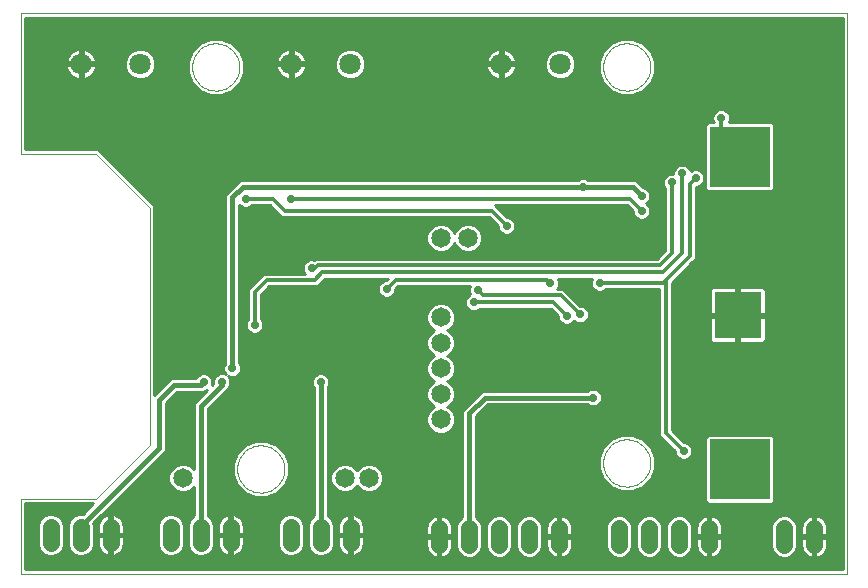
<source format=gbl>
G75*
%MOIN*%
%OFA0B0*%
%FSLAX24Y24*%
%IPPOS*%
%LPD*%
%AMOC8*
5,1,8,0,0,1.08239X$1,22.5*
%
%ADD10C,0.0000*%
%ADD11R,0.2000X0.2000*%
%ADD12R,0.1560X0.1560*%
%ADD13C,0.0560*%
%ADD14C,0.0709*%
%ADD15C,0.0100*%
%ADD16C,0.0650*%
%ADD17C,0.0280*%
%ADD18C,0.0160*%
%ADD19C,0.0120*%
D10*
X003250Y002550D02*
X003250Y005050D01*
X005750Y005050D01*
X007550Y006850D01*
X007550Y014750D01*
X005750Y016550D01*
X003250Y016550D01*
X003250Y021235D01*
X030809Y021235D01*
X030809Y002550D01*
X003250Y002550D01*
X010463Y006050D02*
X010465Y006106D01*
X010471Y006161D01*
X010481Y006215D01*
X010494Y006269D01*
X010512Y006322D01*
X010533Y006373D01*
X010557Y006423D01*
X010585Y006471D01*
X010617Y006517D01*
X010651Y006561D01*
X010689Y006602D01*
X010729Y006640D01*
X010772Y006675D01*
X010817Y006707D01*
X010865Y006736D01*
X010914Y006762D01*
X010965Y006784D01*
X011017Y006802D01*
X011071Y006816D01*
X011126Y006827D01*
X011181Y006834D01*
X011236Y006837D01*
X011292Y006836D01*
X011347Y006831D01*
X011402Y006822D01*
X011456Y006810D01*
X011509Y006793D01*
X011561Y006773D01*
X011611Y006749D01*
X011659Y006722D01*
X011706Y006692D01*
X011750Y006658D01*
X011792Y006621D01*
X011830Y006581D01*
X011867Y006539D01*
X011900Y006494D01*
X011929Y006448D01*
X011956Y006399D01*
X011978Y006348D01*
X011998Y006296D01*
X012013Y006242D01*
X012025Y006188D01*
X012033Y006133D01*
X012037Y006078D01*
X012037Y006022D01*
X012033Y005967D01*
X012025Y005912D01*
X012013Y005858D01*
X011998Y005804D01*
X011978Y005752D01*
X011956Y005701D01*
X011929Y005652D01*
X011900Y005606D01*
X011867Y005561D01*
X011830Y005519D01*
X011792Y005479D01*
X011750Y005442D01*
X011706Y005408D01*
X011659Y005378D01*
X011611Y005351D01*
X011561Y005327D01*
X011509Y005307D01*
X011456Y005290D01*
X011402Y005278D01*
X011347Y005269D01*
X011292Y005264D01*
X011236Y005263D01*
X011181Y005266D01*
X011126Y005273D01*
X011071Y005284D01*
X011017Y005298D01*
X010965Y005316D01*
X010914Y005338D01*
X010865Y005364D01*
X010817Y005393D01*
X010772Y005425D01*
X010729Y005460D01*
X010689Y005498D01*
X010651Y005539D01*
X010617Y005583D01*
X010585Y005629D01*
X010557Y005677D01*
X010533Y005727D01*
X010512Y005778D01*
X010494Y005831D01*
X010481Y005885D01*
X010471Y005939D01*
X010465Y005994D01*
X010463Y006050D01*
X022663Y006250D02*
X022665Y006306D01*
X022671Y006361D01*
X022681Y006415D01*
X022694Y006469D01*
X022712Y006522D01*
X022733Y006573D01*
X022757Y006623D01*
X022785Y006671D01*
X022817Y006717D01*
X022851Y006761D01*
X022889Y006802D01*
X022929Y006840D01*
X022972Y006875D01*
X023017Y006907D01*
X023065Y006936D01*
X023114Y006962D01*
X023165Y006984D01*
X023217Y007002D01*
X023271Y007016D01*
X023326Y007027D01*
X023381Y007034D01*
X023436Y007037D01*
X023492Y007036D01*
X023547Y007031D01*
X023602Y007022D01*
X023656Y007010D01*
X023709Y006993D01*
X023761Y006973D01*
X023811Y006949D01*
X023859Y006922D01*
X023906Y006892D01*
X023950Y006858D01*
X023992Y006821D01*
X024030Y006781D01*
X024067Y006739D01*
X024100Y006694D01*
X024129Y006648D01*
X024156Y006599D01*
X024178Y006548D01*
X024198Y006496D01*
X024213Y006442D01*
X024225Y006388D01*
X024233Y006333D01*
X024237Y006278D01*
X024237Y006222D01*
X024233Y006167D01*
X024225Y006112D01*
X024213Y006058D01*
X024198Y006004D01*
X024178Y005952D01*
X024156Y005901D01*
X024129Y005852D01*
X024100Y005806D01*
X024067Y005761D01*
X024030Y005719D01*
X023992Y005679D01*
X023950Y005642D01*
X023906Y005608D01*
X023859Y005578D01*
X023811Y005551D01*
X023761Y005527D01*
X023709Y005507D01*
X023656Y005490D01*
X023602Y005478D01*
X023547Y005469D01*
X023492Y005464D01*
X023436Y005463D01*
X023381Y005466D01*
X023326Y005473D01*
X023271Y005484D01*
X023217Y005498D01*
X023165Y005516D01*
X023114Y005538D01*
X023065Y005564D01*
X023017Y005593D01*
X022972Y005625D01*
X022929Y005660D01*
X022889Y005698D01*
X022851Y005739D01*
X022817Y005783D01*
X022785Y005829D01*
X022757Y005877D01*
X022733Y005927D01*
X022712Y005978D01*
X022694Y006031D01*
X022681Y006085D01*
X022671Y006139D01*
X022665Y006194D01*
X022663Y006250D01*
X022663Y019450D02*
X022665Y019506D01*
X022671Y019561D01*
X022681Y019615D01*
X022694Y019669D01*
X022712Y019722D01*
X022733Y019773D01*
X022757Y019823D01*
X022785Y019871D01*
X022817Y019917D01*
X022851Y019961D01*
X022889Y020002D01*
X022929Y020040D01*
X022972Y020075D01*
X023017Y020107D01*
X023065Y020136D01*
X023114Y020162D01*
X023165Y020184D01*
X023217Y020202D01*
X023271Y020216D01*
X023326Y020227D01*
X023381Y020234D01*
X023436Y020237D01*
X023492Y020236D01*
X023547Y020231D01*
X023602Y020222D01*
X023656Y020210D01*
X023709Y020193D01*
X023761Y020173D01*
X023811Y020149D01*
X023859Y020122D01*
X023906Y020092D01*
X023950Y020058D01*
X023992Y020021D01*
X024030Y019981D01*
X024067Y019939D01*
X024100Y019894D01*
X024129Y019848D01*
X024156Y019799D01*
X024178Y019748D01*
X024198Y019696D01*
X024213Y019642D01*
X024225Y019588D01*
X024233Y019533D01*
X024237Y019478D01*
X024237Y019422D01*
X024233Y019367D01*
X024225Y019312D01*
X024213Y019258D01*
X024198Y019204D01*
X024178Y019152D01*
X024156Y019101D01*
X024129Y019052D01*
X024100Y019006D01*
X024067Y018961D01*
X024030Y018919D01*
X023992Y018879D01*
X023950Y018842D01*
X023906Y018808D01*
X023859Y018778D01*
X023811Y018751D01*
X023761Y018727D01*
X023709Y018707D01*
X023656Y018690D01*
X023602Y018678D01*
X023547Y018669D01*
X023492Y018664D01*
X023436Y018663D01*
X023381Y018666D01*
X023326Y018673D01*
X023271Y018684D01*
X023217Y018698D01*
X023165Y018716D01*
X023114Y018738D01*
X023065Y018764D01*
X023017Y018793D01*
X022972Y018825D01*
X022929Y018860D01*
X022889Y018898D01*
X022851Y018939D01*
X022817Y018983D01*
X022785Y019029D01*
X022757Y019077D01*
X022733Y019127D01*
X022712Y019178D01*
X022694Y019231D01*
X022681Y019285D01*
X022671Y019339D01*
X022665Y019394D01*
X022663Y019450D01*
X008963Y019450D02*
X008965Y019506D01*
X008971Y019561D01*
X008981Y019615D01*
X008994Y019669D01*
X009012Y019722D01*
X009033Y019773D01*
X009057Y019823D01*
X009085Y019871D01*
X009117Y019917D01*
X009151Y019961D01*
X009189Y020002D01*
X009229Y020040D01*
X009272Y020075D01*
X009317Y020107D01*
X009365Y020136D01*
X009414Y020162D01*
X009465Y020184D01*
X009517Y020202D01*
X009571Y020216D01*
X009626Y020227D01*
X009681Y020234D01*
X009736Y020237D01*
X009792Y020236D01*
X009847Y020231D01*
X009902Y020222D01*
X009956Y020210D01*
X010009Y020193D01*
X010061Y020173D01*
X010111Y020149D01*
X010159Y020122D01*
X010206Y020092D01*
X010250Y020058D01*
X010292Y020021D01*
X010330Y019981D01*
X010367Y019939D01*
X010400Y019894D01*
X010429Y019848D01*
X010456Y019799D01*
X010478Y019748D01*
X010498Y019696D01*
X010513Y019642D01*
X010525Y019588D01*
X010533Y019533D01*
X010537Y019478D01*
X010537Y019422D01*
X010533Y019367D01*
X010525Y019312D01*
X010513Y019258D01*
X010498Y019204D01*
X010478Y019152D01*
X010456Y019101D01*
X010429Y019052D01*
X010400Y019006D01*
X010367Y018961D01*
X010330Y018919D01*
X010292Y018879D01*
X010250Y018842D01*
X010206Y018808D01*
X010159Y018778D01*
X010111Y018751D01*
X010061Y018727D01*
X010009Y018707D01*
X009956Y018690D01*
X009902Y018678D01*
X009847Y018669D01*
X009792Y018664D01*
X009736Y018663D01*
X009681Y018666D01*
X009626Y018673D01*
X009571Y018684D01*
X009517Y018698D01*
X009465Y018716D01*
X009414Y018738D01*
X009365Y018764D01*
X009317Y018793D01*
X009272Y018825D01*
X009229Y018860D01*
X009189Y018898D01*
X009151Y018939D01*
X009117Y018983D01*
X009085Y019029D01*
X009057Y019077D01*
X009033Y019127D01*
X009012Y019178D01*
X008994Y019231D01*
X008981Y019285D01*
X008971Y019339D01*
X008965Y019394D01*
X008963Y019450D01*
D11*
X027226Y016456D03*
X027219Y006037D03*
D12*
X027148Y011181D03*
D13*
X026200Y004080D02*
X026200Y003520D01*
X025200Y003520D02*
X025200Y004080D01*
X024200Y004080D02*
X024200Y003520D01*
X023200Y003520D02*
X023200Y004080D01*
X021200Y004080D02*
X021200Y003520D01*
X020200Y003520D02*
X020200Y004080D01*
X019200Y004080D02*
X019200Y003520D01*
X018200Y003520D02*
X018200Y004080D01*
X017200Y004080D02*
X017200Y003520D01*
X014250Y003570D02*
X014250Y004130D01*
X013250Y004130D02*
X013250Y003570D01*
X012250Y003570D02*
X012250Y004130D01*
X010250Y004130D02*
X010250Y003570D01*
X009250Y003570D02*
X009250Y004130D01*
X008250Y004130D02*
X008250Y003570D01*
X006250Y003570D02*
X006250Y004130D01*
X005250Y004130D02*
X005250Y003570D01*
X004250Y003570D02*
X004250Y004130D01*
X028700Y004080D02*
X028700Y003520D01*
X029700Y003520D02*
X029700Y004080D01*
D14*
X021234Y019550D03*
X019266Y019550D03*
X014234Y019550D03*
X012266Y019550D03*
X007234Y019550D03*
X005266Y019550D03*
D15*
X005316Y019591D02*
X006730Y019591D01*
X006730Y019650D02*
X006730Y019450D01*
X006807Y019264D01*
X006949Y019122D01*
X007134Y019046D01*
X007335Y019046D01*
X007520Y019122D01*
X007662Y019264D01*
X007739Y019450D01*
X007739Y019650D01*
X007662Y019836D01*
X007520Y019978D01*
X007335Y020054D01*
X007134Y020054D01*
X006949Y019978D01*
X006807Y019836D01*
X006730Y019650D01*
X006746Y019689D02*
X005751Y019689D01*
X005758Y019668D02*
X005733Y019744D01*
X005697Y019814D01*
X005650Y019879D01*
X005594Y019935D01*
X005530Y019981D01*
X005459Y020017D01*
X005384Y020042D01*
X005316Y020053D01*
X005316Y019600D01*
X005768Y019600D01*
X005758Y019668D01*
X005711Y019788D02*
X006787Y019788D01*
X006857Y019886D02*
X005643Y019886D01*
X005524Y019985D02*
X006965Y019985D01*
X007503Y019985D02*
X008959Y019985D01*
X008955Y019981D02*
X008813Y019636D01*
X008813Y019264D01*
X008955Y018919D01*
X009219Y018655D01*
X009564Y018513D01*
X009936Y018513D01*
X010281Y018655D01*
X010545Y018919D01*
X010687Y019264D01*
X010687Y019636D01*
X010545Y019981D01*
X010281Y020245D01*
X009936Y020387D01*
X009564Y020387D01*
X009219Y020245D01*
X008955Y019981D01*
X008916Y019886D02*
X007611Y019886D01*
X007682Y019788D02*
X008875Y019788D01*
X008834Y019689D02*
X007723Y019689D01*
X007739Y019591D02*
X008813Y019591D01*
X008813Y019492D02*
X007739Y019492D01*
X007715Y019394D02*
X008813Y019394D01*
X008813Y019295D02*
X007675Y019295D01*
X007594Y019197D02*
X008840Y019197D01*
X008881Y019098D02*
X007461Y019098D01*
X007007Y019098D02*
X005490Y019098D01*
X005459Y019083D02*
X005530Y019119D01*
X005594Y019165D01*
X005650Y019221D01*
X005697Y019286D01*
X005733Y019356D01*
X005758Y019432D01*
X005768Y019500D01*
X005316Y019500D01*
X005316Y019600D01*
X005216Y019600D01*
X005216Y020053D01*
X005148Y020042D01*
X005072Y020017D01*
X005001Y019981D01*
X004937Y019935D01*
X004881Y019879D01*
X004834Y019814D01*
X004798Y019744D01*
X004774Y019668D01*
X004763Y019600D01*
X005216Y019600D01*
X005216Y019500D01*
X005316Y019500D01*
X005316Y019047D01*
X005384Y019058D01*
X005459Y019083D01*
X005316Y019098D02*
X005216Y019098D01*
X005216Y019047D02*
X005216Y019500D01*
X004763Y019500D01*
X004774Y019432D01*
X004798Y019356D01*
X004834Y019286D01*
X004881Y019221D01*
X004937Y019165D01*
X005001Y019119D01*
X005072Y019083D01*
X005148Y019058D01*
X005216Y019047D01*
X005216Y019197D02*
X005316Y019197D01*
X005316Y019295D02*
X005216Y019295D01*
X005216Y019394D02*
X005316Y019394D01*
X005316Y019492D02*
X005216Y019492D01*
X005216Y019591D02*
X003400Y019591D01*
X003400Y019689D02*
X004781Y019689D01*
X004821Y019788D02*
X003400Y019788D01*
X003400Y019886D02*
X004889Y019886D01*
X005008Y019985D02*
X003400Y019985D01*
X003400Y020083D02*
X009057Y020083D01*
X009156Y020182D02*
X003400Y020182D01*
X003400Y020280D02*
X009304Y020280D01*
X009542Y020379D02*
X003400Y020379D01*
X003400Y020477D02*
X030659Y020477D01*
X030659Y020379D02*
X023658Y020379D01*
X023636Y020387D02*
X023264Y020387D01*
X022919Y020245D01*
X022655Y019981D01*
X022513Y019636D01*
X022513Y019264D01*
X022655Y018919D01*
X022919Y018655D01*
X023264Y018513D01*
X023636Y018513D01*
X023981Y018655D01*
X024245Y018919D01*
X024387Y019264D01*
X024387Y019636D01*
X024245Y019981D01*
X023981Y020245D01*
X023636Y020387D01*
X023896Y020280D02*
X030659Y020280D01*
X030659Y020182D02*
X024044Y020182D01*
X024143Y020083D02*
X030659Y020083D01*
X030659Y019985D02*
X024241Y019985D01*
X024284Y019886D02*
X030659Y019886D01*
X030659Y019788D02*
X024325Y019788D01*
X024366Y019689D02*
X030659Y019689D01*
X030659Y019591D02*
X024387Y019591D01*
X024387Y019492D02*
X030659Y019492D01*
X030659Y019394D02*
X024387Y019394D01*
X024387Y019295D02*
X030659Y019295D01*
X030659Y019197D02*
X024360Y019197D01*
X024319Y019098D02*
X030659Y019098D01*
X030659Y019000D02*
X024278Y019000D01*
X024227Y018901D02*
X030659Y018901D01*
X030659Y018803D02*
X024128Y018803D01*
X024030Y018704D02*
X030659Y018704D01*
X030659Y018606D02*
X023861Y018606D01*
X023039Y018606D02*
X010161Y018606D01*
X010330Y018704D02*
X022870Y018704D01*
X022772Y018803D02*
X010428Y018803D01*
X010527Y018901D02*
X022673Y018901D01*
X022622Y019000D02*
X010578Y019000D01*
X010619Y019098D02*
X012042Y019098D01*
X012072Y019083D02*
X012148Y019058D01*
X012216Y019047D01*
X012216Y019500D01*
X012316Y019500D01*
X012316Y019600D01*
X012768Y019600D01*
X012758Y019668D01*
X012733Y019744D01*
X012697Y019814D01*
X012650Y019879D01*
X012594Y019935D01*
X012530Y019981D01*
X012459Y020017D01*
X012384Y020042D01*
X012316Y020053D01*
X012316Y019600D01*
X012216Y019600D01*
X012216Y020053D01*
X012148Y020042D01*
X012072Y020017D01*
X012001Y019981D01*
X011937Y019935D01*
X011881Y019879D01*
X011834Y019814D01*
X011798Y019744D01*
X011774Y019668D01*
X011763Y019600D01*
X012216Y019600D01*
X012216Y019500D01*
X011763Y019500D01*
X011774Y019432D01*
X011798Y019356D01*
X011834Y019286D01*
X011881Y019221D01*
X011937Y019165D01*
X012001Y019119D01*
X012072Y019083D01*
X012216Y019098D02*
X012316Y019098D01*
X012316Y019047D02*
X012384Y019058D01*
X012459Y019083D01*
X012530Y019119D01*
X012594Y019165D01*
X012650Y019221D01*
X012697Y019286D01*
X012733Y019356D01*
X012758Y019432D01*
X012768Y019500D01*
X012316Y019500D01*
X012316Y019047D01*
X012316Y019197D02*
X012216Y019197D01*
X012216Y019295D02*
X012316Y019295D01*
X012316Y019394D02*
X012216Y019394D01*
X012216Y019492D02*
X012316Y019492D01*
X012316Y019591D02*
X013730Y019591D01*
X013730Y019650D02*
X013730Y019450D01*
X013807Y019264D01*
X013949Y019122D01*
X014134Y019046D01*
X014335Y019046D01*
X014520Y019122D01*
X014662Y019264D01*
X014739Y019450D01*
X014739Y019650D01*
X014662Y019836D01*
X014520Y019978D01*
X014335Y020054D01*
X014134Y020054D01*
X013949Y019978D01*
X013807Y019836D01*
X013730Y019650D01*
X013746Y019689D02*
X012751Y019689D01*
X012711Y019788D02*
X013787Y019788D01*
X013857Y019886D02*
X012643Y019886D01*
X012524Y019985D02*
X013965Y019985D01*
X014503Y019985D02*
X019008Y019985D01*
X019001Y019981D02*
X018937Y019935D01*
X018881Y019879D01*
X018834Y019814D01*
X018798Y019744D01*
X018774Y019668D01*
X018763Y019600D01*
X019216Y019600D01*
X019216Y020053D01*
X019148Y020042D01*
X019072Y020017D01*
X019001Y019981D01*
X018889Y019886D02*
X014611Y019886D01*
X014682Y019788D02*
X018821Y019788D01*
X018781Y019689D02*
X014723Y019689D01*
X014739Y019591D02*
X019216Y019591D01*
X019216Y019600D02*
X019216Y019500D01*
X019316Y019500D01*
X019316Y019600D01*
X019768Y019600D01*
X019758Y019668D01*
X019733Y019744D01*
X019697Y019814D01*
X019650Y019879D01*
X019594Y019935D01*
X019530Y019981D01*
X019459Y020017D01*
X019384Y020042D01*
X019316Y020053D01*
X019316Y019600D01*
X019216Y019600D01*
X019216Y019689D02*
X019316Y019689D01*
X019316Y019591D02*
X020730Y019591D01*
X020730Y019650D02*
X020730Y019450D01*
X020807Y019264D01*
X020949Y019122D01*
X021134Y019046D01*
X021335Y019046D01*
X021520Y019122D01*
X021662Y019264D01*
X021739Y019450D01*
X021739Y019650D01*
X021662Y019836D01*
X021520Y019978D01*
X021335Y020054D01*
X021134Y020054D01*
X020949Y019978D01*
X020807Y019836D01*
X020730Y019650D01*
X020746Y019689D02*
X019751Y019689D01*
X019711Y019788D02*
X020787Y019788D01*
X020857Y019886D02*
X019643Y019886D01*
X019524Y019985D02*
X020965Y019985D01*
X021503Y019985D02*
X022659Y019985D01*
X022616Y019886D02*
X021611Y019886D01*
X021682Y019788D02*
X022575Y019788D01*
X022534Y019689D02*
X021723Y019689D01*
X021739Y019591D02*
X022513Y019591D01*
X022513Y019492D02*
X021739Y019492D01*
X021715Y019394D02*
X022513Y019394D01*
X022513Y019295D02*
X021675Y019295D01*
X021594Y019197D02*
X022540Y019197D01*
X022581Y019098D02*
X021461Y019098D01*
X021007Y019098D02*
X019490Y019098D01*
X019459Y019083D02*
X019530Y019119D01*
X019594Y019165D01*
X019650Y019221D01*
X019697Y019286D01*
X019733Y019356D01*
X019758Y019432D01*
X019768Y019500D01*
X019316Y019500D01*
X019316Y019047D01*
X019384Y019058D01*
X019459Y019083D01*
X019316Y019098D02*
X019216Y019098D01*
X019216Y019047D02*
X019216Y019500D01*
X018763Y019500D01*
X018774Y019432D01*
X018798Y019356D01*
X018834Y019286D01*
X018881Y019221D01*
X018937Y019165D01*
X019001Y019119D01*
X019072Y019083D01*
X019148Y019058D01*
X019216Y019047D01*
X019216Y019197D02*
X019316Y019197D01*
X019316Y019295D02*
X019216Y019295D01*
X019216Y019394D02*
X019316Y019394D01*
X019316Y019492D02*
X019216Y019492D01*
X019216Y019788D02*
X019316Y019788D01*
X019316Y019886D02*
X019216Y019886D01*
X019216Y019985D02*
X019316Y019985D01*
X019767Y019492D02*
X020730Y019492D01*
X020753Y019394D02*
X019745Y019394D01*
X019702Y019295D02*
X020794Y019295D01*
X020874Y019197D02*
X019626Y019197D01*
X019042Y019098D02*
X014461Y019098D01*
X014594Y019197D02*
X018906Y019197D01*
X018830Y019295D02*
X014675Y019295D01*
X014715Y019394D02*
X018786Y019394D01*
X018764Y019492D02*
X014739Y019492D01*
X014007Y019098D02*
X012490Y019098D01*
X012626Y019197D02*
X013874Y019197D01*
X013794Y019295D02*
X012702Y019295D01*
X012745Y019394D02*
X013753Y019394D01*
X013730Y019492D02*
X012767Y019492D01*
X012316Y019689D02*
X012216Y019689D01*
X012216Y019591D02*
X010687Y019591D01*
X010687Y019492D02*
X011764Y019492D01*
X011786Y019394D02*
X010687Y019394D01*
X010687Y019295D02*
X011830Y019295D01*
X011906Y019197D02*
X010660Y019197D01*
X010666Y019689D02*
X011781Y019689D01*
X011821Y019788D02*
X010625Y019788D01*
X010584Y019886D02*
X011889Y019886D01*
X012008Y019985D02*
X010541Y019985D01*
X010443Y020083D02*
X022757Y020083D01*
X022856Y020182D02*
X010344Y020182D01*
X010196Y020280D02*
X023004Y020280D01*
X023242Y020379D02*
X009958Y020379D01*
X012216Y019985D02*
X012316Y019985D01*
X012316Y019886D02*
X012216Y019886D01*
X012216Y019788D02*
X012316Y019788D01*
X009339Y018606D02*
X003400Y018606D01*
X003400Y018704D02*
X009170Y018704D01*
X009072Y018803D02*
X003400Y018803D01*
X003400Y018901D02*
X008973Y018901D01*
X008922Y019000D02*
X003400Y019000D01*
X003400Y019098D02*
X005042Y019098D01*
X004906Y019197D02*
X003400Y019197D01*
X003400Y019295D02*
X004830Y019295D01*
X004786Y019394D02*
X003400Y019394D01*
X003400Y019492D02*
X004764Y019492D01*
X005216Y019689D02*
X005316Y019689D01*
X005316Y019788D02*
X005216Y019788D01*
X005216Y019886D02*
X005316Y019886D01*
X005316Y019985D02*
X005216Y019985D01*
X005767Y019492D02*
X006730Y019492D01*
X006753Y019394D02*
X005745Y019394D01*
X005702Y019295D02*
X006794Y019295D01*
X006874Y019197D02*
X005626Y019197D01*
X003400Y018507D02*
X030659Y018507D01*
X030659Y018409D02*
X003400Y018409D01*
X003400Y018310D02*
X030659Y018310D01*
X030659Y018212D02*
X003400Y018212D01*
X003400Y018113D02*
X030659Y018113D01*
X030659Y018015D02*
X026719Y018015D01*
X026764Y017996D02*
X026658Y018040D01*
X026542Y018040D01*
X026436Y017996D01*
X026354Y017914D01*
X026310Y017808D01*
X026310Y017692D01*
X026346Y017606D01*
X026164Y017606D01*
X026076Y017518D01*
X026076Y015394D01*
X026164Y015306D01*
X028289Y015306D01*
X028376Y015394D01*
X028376Y017518D01*
X028289Y017606D01*
X026854Y017606D01*
X026890Y017692D01*
X026890Y017808D01*
X026846Y017914D01*
X026764Y017996D01*
X026844Y017916D02*
X030659Y017916D01*
X030659Y017818D02*
X026886Y017818D01*
X026890Y017719D02*
X030659Y017719D01*
X030659Y017621D02*
X026860Y017621D01*
X026340Y017621D02*
X003400Y017621D01*
X003400Y017719D02*
X026310Y017719D01*
X026314Y017818D02*
X003400Y017818D01*
X003400Y017916D02*
X026356Y017916D01*
X026481Y018015D02*
X003400Y018015D01*
X003400Y017522D02*
X026080Y017522D01*
X026076Y017424D02*
X003400Y017424D01*
X003400Y017325D02*
X026076Y017325D01*
X026076Y017227D02*
X003400Y017227D01*
X003400Y017128D02*
X026076Y017128D01*
X026076Y017030D02*
X003400Y017030D01*
X003400Y016931D02*
X026076Y016931D01*
X026076Y016833D02*
X003400Y016833D01*
X003400Y016734D02*
X026076Y016734D01*
X026076Y016636D02*
X005877Y016636D01*
X005812Y016700D02*
X003400Y016700D01*
X003400Y021085D01*
X030659Y021085D01*
X030659Y002700D01*
X003400Y002700D01*
X003400Y004900D01*
X005675Y004900D01*
X005335Y004560D01*
X005164Y004560D01*
X005006Y004495D01*
X004885Y004374D01*
X004820Y004216D01*
X004820Y003484D01*
X004885Y003326D01*
X005006Y003205D01*
X005164Y003140D01*
X005336Y003140D01*
X005494Y003205D01*
X005615Y003326D01*
X005680Y003484D01*
X005680Y004216D01*
X005669Y004243D01*
X008080Y006655D01*
X008080Y008255D01*
X008445Y008620D01*
X009345Y008620D01*
X009385Y008660D01*
X009408Y008660D01*
X009454Y008679D01*
X009155Y008380D01*
X009020Y008245D01*
X009020Y006052D01*
X008919Y006153D01*
X008744Y006225D01*
X008556Y006225D01*
X008381Y006153D01*
X008247Y006019D01*
X008175Y005844D01*
X008175Y005656D01*
X008247Y005481D01*
X008381Y005347D01*
X008556Y005275D01*
X008744Y005275D01*
X008919Y005347D01*
X009020Y005448D01*
X009020Y004500D01*
X009006Y004495D01*
X008885Y004374D01*
X008820Y004216D01*
X008820Y003484D01*
X008885Y003326D01*
X009006Y003205D01*
X009164Y003140D01*
X009336Y003140D01*
X009494Y003205D01*
X009615Y003326D01*
X009680Y003484D01*
X009680Y004216D01*
X009615Y004374D01*
X009494Y004495D01*
X009480Y004500D01*
X009480Y008055D01*
X010180Y008755D01*
X010180Y008770D01*
X010196Y008786D01*
X010240Y008892D01*
X010240Y009008D01*
X010196Y009114D01*
X010170Y009140D01*
X010242Y009110D01*
X010358Y009110D01*
X010464Y009154D01*
X010546Y009236D01*
X010590Y009342D01*
X010590Y009458D01*
X010546Y009564D01*
X010530Y009580D01*
X010530Y014860D01*
X010586Y014804D01*
X010692Y014760D01*
X010808Y014760D01*
X010914Y014804D01*
X010950Y014840D01*
X011563Y014840D01*
X011840Y014563D01*
X011963Y014440D01*
X018863Y014440D01*
X019160Y014143D01*
X019160Y014092D01*
X019204Y013986D01*
X019286Y013904D01*
X019392Y013860D01*
X019508Y013860D01*
X019614Y013904D01*
X019696Y013986D01*
X019740Y014092D01*
X019740Y014208D01*
X019696Y014314D01*
X019614Y014396D01*
X019508Y014440D01*
X019457Y014440D01*
X019057Y014840D01*
X023463Y014840D01*
X023660Y014643D01*
X023660Y014592D01*
X023704Y014486D01*
X023786Y014404D01*
X023892Y014360D01*
X024008Y014360D01*
X024114Y014404D01*
X024196Y014486D01*
X024240Y014592D01*
X024240Y014708D01*
X024196Y014814D01*
X024114Y014896D01*
X024104Y014900D01*
X024114Y014904D01*
X024196Y014986D01*
X024240Y015092D01*
X024240Y015208D01*
X024196Y015314D01*
X024114Y015396D01*
X024008Y015440D01*
X023985Y015440D01*
X023880Y015545D01*
X023745Y015680D01*
X022180Y015680D01*
X022164Y015696D01*
X022058Y015740D01*
X021942Y015740D01*
X021836Y015696D01*
X021820Y015680D01*
X010555Y015680D01*
X010205Y015330D01*
X010070Y015195D01*
X010070Y009580D01*
X010054Y009564D01*
X010010Y009458D01*
X010010Y009342D01*
X010054Y009236D01*
X010080Y009210D01*
X010008Y009240D01*
X009892Y009240D01*
X009786Y009196D01*
X009704Y009114D01*
X009660Y009008D01*
X009660Y008892D01*
X009662Y008887D01*
X009621Y008846D01*
X009640Y008892D01*
X009640Y009008D01*
X009596Y009114D01*
X009514Y009196D01*
X009408Y009240D01*
X009292Y009240D01*
X009186Y009196D01*
X009104Y009114D01*
X009090Y009080D01*
X008255Y009080D01*
X007755Y008580D01*
X007700Y008525D01*
X007700Y014812D01*
X007612Y014900D01*
X005812Y016700D01*
X005975Y016537D02*
X026076Y016537D01*
X026076Y016439D02*
X006074Y016439D01*
X006172Y016340D02*
X026076Y016340D01*
X026076Y016242D02*
X006271Y016242D01*
X006369Y016143D02*
X025133Y016143D01*
X025136Y016146D02*
X025054Y016064D01*
X025010Y015958D01*
X025010Y015889D01*
X025008Y015890D01*
X024892Y015890D01*
X024786Y015846D01*
X024704Y015764D01*
X024660Y015658D01*
X024660Y015542D01*
X024704Y015436D01*
X024740Y015400D01*
X024740Y013337D01*
X024463Y013060D01*
X013063Y013060D01*
X013033Y013030D01*
X013008Y013040D01*
X012892Y013040D01*
X012786Y012996D01*
X012704Y012914D01*
X012660Y012808D01*
X012660Y012692D01*
X012704Y012586D01*
X012730Y012560D01*
X011363Y012560D01*
X011240Y012437D01*
X010840Y012037D01*
X010840Y011050D01*
X010804Y011014D01*
X010760Y010908D01*
X010760Y010792D01*
X010804Y010686D01*
X010886Y010604D01*
X010992Y010560D01*
X011108Y010560D01*
X011214Y010604D01*
X011296Y010686D01*
X011340Y010792D01*
X011340Y010908D01*
X011296Y011014D01*
X011260Y011050D01*
X011260Y011863D01*
X011537Y012140D01*
X013137Y012140D01*
X013387Y012390D01*
X015493Y012390D01*
X015443Y012340D01*
X015392Y012340D01*
X015286Y012296D01*
X015204Y012214D01*
X015160Y012108D01*
X015160Y011992D01*
X015204Y011886D01*
X015286Y011804D01*
X015392Y011760D01*
X015508Y011760D01*
X015614Y011804D01*
X015696Y011886D01*
X015740Y011992D01*
X015740Y012043D01*
X015837Y012140D01*
X018244Y012140D01*
X018210Y012058D01*
X018210Y011942D01*
X018241Y011869D01*
X018186Y011846D01*
X018104Y011764D01*
X018060Y011658D01*
X018060Y011542D01*
X018104Y011436D01*
X018186Y011354D01*
X018292Y011310D01*
X018408Y011310D01*
X018514Y011354D01*
X018550Y011390D01*
X020913Y011390D01*
X021160Y011143D01*
X021160Y011092D01*
X021204Y010986D01*
X021286Y010904D01*
X021392Y010860D01*
X021508Y010860D01*
X021614Y010904D01*
X021696Y010986D01*
X021698Y010992D01*
X021736Y010954D01*
X021842Y010910D01*
X021958Y010910D01*
X022064Y010954D01*
X022146Y011036D01*
X022190Y011142D01*
X022190Y011258D01*
X022146Y011364D01*
X022064Y011446D01*
X021958Y011490D01*
X021907Y011490D01*
X021337Y012060D01*
X021135Y012060D01*
X021146Y012070D01*
X021190Y012177D01*
X021190Y012292D01*
X021150Y012390D01*
X022294Y012390D01*
X022260Y012308D01*
X022260Y012192D01*
X022304Y012086D01*
X022386Y012004D01*
X022492Y011960D01*
X022608Y011960D01*
X022714Y012004D01*
X022750Y012040D01*
X024540Y012040D01*
X024540Y007163D01*
X025060Y006643D01*
X025060Y006592D01*
X025104Y006486D01*
X025186Y006404D01*
X025292Y006360D01*
X025408Y006360D01*
X025514Y006404D01*
X025596Y006486D01*
X025640Y006592D01*
X025640Y006708D01*
X025596Y006814D01*
X025514Y006896D01*
X025408Y006940D01*
X025357Y006940D01*
X024960Y007337D01*
X024960Y012263D01*
X025637Y012940D01*
X025760Y013063D01*
X025760Y015460D01*
X025808Y015460D01*
X025914Y015504D01*
X025996Y015586D01*
X026040Y015692D01*
X026040Y015808D01*
X025996Y015914D01*
X025914Y015996D01*
X025808Y016040D01*
X025692Y016040D01*
X025586Y015996D01*
X025578Y015988D01*
X025546Y016064D01*
X025464Y016146D01*
X025358Y016190D01*
X025242Y016190D01*
X025136Y016146D01*
X025046Y016045D02*
X006468Y016045D01*
X006566Y015946D02*
X025010Y015946D01*
X024790Y015848D02*
X006665Y015848D01*
X006763Y015749D02*
X024698Y015749D01*
X024660Y015651D02*
X023775Y015651D01*
X023873Y015552D02*
X024660Y015552D01*
X024697Y015454D02*
X023972Y015454D01*
X024155Y015355D02*
X024740Y015355D01*
X024740Y015257D02*
X024220Y015257D01*
X024240Y015158D02*
X024740Y015158D01*
X024740Y015060D02*
X024226Y015060D01*
X024171Y014961D02*
X024740Y014961D01*
X024740Y014863D02*
X024148Y014863D01*
X024217Y014764D02*
X024740Y014764D01*
X024740Y014666D02*
X024240Y014666D01*
X024230Y014567D02*
X024740Y014567D01*
X024740Y014469D02*
X024179Y014469D01*
X024032Y014370D02*
X024740Y014370D01*
X024740Y014272D02*
X019714Y014272D01*
X019740Y014173D02*
X024740Y014173D01*
X024740Y014075D02*
X019733Y014075D01*
X019686Y013976D02*
X024740Y013976D01*
X024740Y013878D02*
X019550Y013878D01*
X019350Y013878D02*
X018611Y013878D01*
X018625Y013844D02*
X018553Y014019D01*
X018419Y014153D01*
X018244Y014225D01*
X018056Y014225D01*
X017881Y014153D01*
X017747Y014019D01*
X017700Y013905D01*
X017653Y014019D01*
X017519Y014153D01*
X017344Y014225D01*
X017156Y014225D01*
X016981Y014153D01*
X016847Y014019D01*
X016775Y013844D01*
X016775Y013656D01*
X016847Y013481D01*
X016981Y013347D01*
X017156Y013275D01*
X017344Y013275D01*
X017519Y013347D01*
X017653Y013481D01*
X017700Y013595D01*
X017747Y013481D01*
X017881Y013347D01*
X018056Y013275D01*
X018244Y013275D01*
X018419Y013347D01*
X018553Y013481D01*
X018625Y013656D01*
X018625Y013844D01*
X018625Y013779D02*
X024740Y013779D01*
X024740Y013681D02*
X018625Y013681D01*
X018595Y013582D02*
X024740Y013582D01*
X024740Y013484D02*
X018554Y013484D01*
X018457Y013385D02*
X024740Y013385D01*
X024690Y013287D02*
X018272Y013287D01*
X018028Y013287D02*
X017372Y013287D01*
X017557Y013385D02*
X017843Y013385D01*
X017746Y013484D02*
X017654Y013484D01*
X017695Y013582D02*
X017705Y013582D01*
X017729Y013976D02*
X017671Y013976D01*
X017597Y014075D02*
X017803Y014075D01*
X017930Y014173D02*
X017470Y014173D01*
X017030Y014173D02*
X010530Y014173D01*
X010530Y014075D02*
X016903Y014075D01*
X016829Y013976D02*
X010530Y013976D01*
X010530Y013878D02*
X016789Y013878D01*
X016775Y013779D02*
X010530Y013779D01*
X010530Y013681D02*
X016775Y013681D01*
X016805Y013582D02*
X010530Y013582D01*
X010530Y013484D02*
X016846Y013484D01*
X016943Y013385D02*
X010530Y013385D01*
X010530Y013287D02*
X017128Y013287D01*
X018571Y013976D02*
X019214Y013976D01*
X019167Y014075D02*
X018497Y014075D01*
X018370Y014173D02*
X019130Y014173D01*
X019031Y014272D02*
X010530Y014272D01*
X010530Y014370D02*
X018933Y014370D01*
X019231Y014666D02*
X023637Y014666D01*
X023670Y014567D02*
X019330Y014567D01*
X019428Y014469D02*
X023721Y014469D01*
X023868Y014370D02*
X019640Y014370D01*
X019133Y014764D02*
X023539Y014764D01*
X025760Y014764D02*
X030659Y014764D01*
X030659Y014666D02*
X025760Y014666D01*
X025760Y014567D02*
X030659Y014567D01*
X030659Y014469D02*
X025760Y014469D01*
X025760Y014370D02*
X030659Y014370D01*
X030659Y014272D02*
X025760Y014272D01*
X025760Y014173D02*
X030659Y014173D01*
X030659Y014075D02*
X025760Y014075D01*
X025760Y013976D02*
X030659Y013976D01*
X030659Y013878D02*
X025760Y013878D01*
X025760Y013779D02*
X030659Y013779D01*
X030659Y013681D02*
X025760Y013681D01*
X025760Y013582D02*
X030659Y013582D01*
X030659Y013484D02*
X025760Y013484D01*
X025760Y013385D02*
X030659Y013385D01*
X030659Y013287D02*
X025760Y013287D01*
X025760Y013188D02*
X030659Y013188D01*
X030659Y013090D02*
X025760Y013090D01*
X025688Y012991D02*
X030659Y012991D01*
X030659Y012893D02*
X025590Y012893D01*
X025491Y012794D02*
X030659Y012794D01*
X030659Y012696D02*
X025393Y012696D01*
X025294Y012597D02*
X030659Y012597D01*
X030659Y012499D02*
X025196Y012499D01*
X025097Y012400D02*
X030659Y012400D01*
X030659Y012302D02*
X024999Y012302D01*
X024960Y012203D02*
X030659Y012203D01*
X030659Y012105D02*
X027970Y012105D01*
X027986Y012100D02*
X027947Y012111D01*
X027198Y012111D01*
X027198Y011231D01*
X028078Y011231D01*
X028078Y011980D01*
X028067Y012019D01*
X028048Y012053D01*
X028020Y012081D01*
X027986Y012100D01*
X028071Y012006D02*
X030659Y012006D01*
X030659Y011908D02*
X028078Y011908D01*
X028078Y011809D02*
X030659Y011809D01*
X030659Y011711D02*
X028078Y011711D01*
X028078Y011612D02*
X030659Y011612D01*
X030659Y011514D02*
X028078Y011514D01*
X028078Y011415D02*
X030659Y011415D01*
X030659Y011317D02*
X028078Y011317D01*
X028078Y011131D02*
X027198Y011131D01*
X027198Y011231D01*
X027098Y011231D01*
X027098Y012111D01*
X026348Y012111D01*
X026310Y012100D01*
X026276Y012081D01*
X026248Y012053D01*
X026228Y012019D01*
X026218Y011980D01*
X026218Y011231D01*
X027098Y011231D01*
X027098Y011131D01*
X027198Y011131D01*
X027198Y010251D01*
X027947Y010251D01*
X027986Y010261D01*
X028020Y010281D01*
X028048Y010309D01*
X028067Y010343D01*
X028078Y010381D01*
X028078Y011131D01*
X028078Y011120D02*
X030659Y011120D01*
X030659Y011218D02*
X027198Y011218D01*
X027198Y011120D02*
X027098Y011120D01*
X027098Y011131D02*
X027098Y010251D01*
X026348Y010251D01*
X026310Y010261D01*
X026276Y010281D01*
X026248Y010309D01*
X026228Y010343D01*
X026218Y010381D01*
X026218Y011131D01*
X027098Y011131D01*
X027098Y011218D02*
X024960Y011218D01*
X024960Y011120D02*
X026218Y011120D01*
X026218Y011021D02*
X024960Y011021D01*
X024960Y010923D02*
X026218Y010923D01*
X026218Y010824D02*
X024960Y010824D01*
X024960Y010726D02*
X026218Y010726D01*
X026218Y010627D02*
X024960Y010627D01*
X024960Y010529D02*
X026218Y010529D01*
X026218Y010430D02*
X024960Y010430D01*
X024960Y010332D02*
X026234Y010332D01*
X027098Y010332D02*
X027198Y010332D01*
X027198Y010430D02*
X027098Y010430D01*
X027098Y010529D02*
X027198Y010529D01*
X027198Y010627D02*
X027098Y010627D01*
X027098Y010726D02*
X027198Y010726D01*
X027198Y010824D02*
X027098Y010824D01*
X027098Y010923D02*
X027198Y010923D01*
X027198Y011021D02*
X027098Y011021D01*
X027098Y011317D02*
X027198Y011317D01*
X027198Y011415D02*
X027098Y011415D01*
X027098Y011514D02*
X027198Y011514D01*
X027198Y011612D02*
X027098Y011612D01*
X027098Y011711D02*
X027198Y011711D01*
X027198Y011809D02*
X027098Y011809D01*
X027098Y011908D02*
X027198Y011908D01*
X027198Y012006D02*
X027098Y012006D01*
X027098Y012105D02*
X027198Y012105D01*
X026325Y012105D02*
X024960Y012105D01*
X024960Y012006D02*
X026224Y012006D01*
X026218Y011908D02*
X024960Y011908D01*
X024960Y011809D02*
X026218Y011809D01*
X026218Y011711D02*
X024960Y011711D01*
X024960Y011612D02*
X026218Y011612D01*
X026218Y011514D02*
X024960Y011514D01*
X024960Y011415D02*
X026218Y011415D01*
X026218Y011317D02*
X024960Y011317D01*
X024540Y011317D02*
X022166Y011317D01*
X022190Y011218D02*
X024540Y011218D01*
X024540Y011120D02*
X022181Y011120D01*
X022131Y011021D02*
X024540Y011021D01*
X024540Y010923D02*
X021988Y010923D01*
X021812Y010923D02*
X021633Y010923D01*
X021267Y010923D02*
X017691Y010923D01*
X017725Y011006D02*
X017653Y010831D01*
X017519Y010697D01*
X017465Y010675D01*
X017519Y010653D01*
X017653Y010519D01*
X017725Y010344D01*
X017725Y010156D01*
X017653Y009981D01*
X017519Y009847D01*
X017465Y009825D01*
X017519Y009803D01*
X017653Y009669D01*
X017725Y009494D01*
X017725Y009306D01*
X017653Y009131D01*
X017519Y008997D01*
X017465Y008975D01*
X017519Y008953D01*
X017653Y008819D01*
X017725Y008644D01*
X017725Y008456D01*
X017653Y008281D01*
X017519Y008147D01*
X017465Y008125D01*
X017519Y008103D01*
X017653Y007969D01*
X017725Y007794D01*
X017725Y007606D01*
X017653Y007431D01*
X017519Y007297D01*
X017344Y007225D01*
X017156Y007225D01*
X016981Y007297D01*
X016847Y007431D01*
X016775Y007606D01*
X016775Y007794D01*
X016847Y007969D01*
X016981Y008103D01*
X017035Y008125D01*
X016981Y008147D01*
X016847Y008281D01*
X016775Y008456D01*
X016775Y008644D01*
X016847Y008819D01*
X016981Y008953D01*
X017035Y008975D01*
X016981Y008997D01*
X016847Y009131D01*
X016775Y009306D01*
X016775Y009494D01*
X016847Y009669D01*
X016981Y009803D01*
X017035Y009825D01*
X016981Y009847D01*
X016847Y009981D01*
X016775Y010156D01*
X016775Y010344D01*
X016847Y010519D01*
X016981Y010653D01*
X017035Y010675D01*
X016981Y010697D01*
X016847Y010831D01*
X016775Y011006D01*
X016775Y011194D01*
X016847Y011369D01*
X016981Y011503D01*
X017156Y011575D01*
X017344Y011575D01*
X017519Y011503D01*
X017653Y011369D01*
X017725Y011194D01*
X017725Y011006D01*
X017725Y011021D02*
X021190Y011021D01*
X021160Y011120D02*
X017725Y011120D01*
X017715Y011218D02*
X021085Y011218D01*
X020986Y011317D02*
X018423Y011317D01*
X018277Y011317D02*
X017674Y011317D01*
X017607Y011415D02*
X018125Y011415D01*
X018072Y011514D02*
X017493Y011514D01*
X017007Y011514D02*
X011260Y011514D01*
X011260Y011612D02*
X018060Y011612D01*
X018082Y011711D02*
X011260Y011711D01*
X011260Y011809D02*
X015281Y011809D01*
X015195Y011908D02*
X011305Y011908D01*
X011403Y012006D02*
X015160Y012006D01*
X015160Y012105D02*
X011502Y012105D01*
X011203Y012400D02*
X010530Y012400D01*
X010530Y012302D02*
X011105Y012302D01*
X011006Y012203D02*
X010530Y012203D01*
X010530Y012105D02*
X010908Y012105D01*
X010840Y012006D02*
X010530Y012006D01*
X010530Y011908D02*
X010840Y011908D01*
X010840Y011809D02*
X010530Y011809D01*
X010530Y011711D02*
X010840Y011711D01*
X010840Y011612D02*
X010530Y011612D01*
X010530Y011514D02*
X010840Y011514D01*
X010840Y011415D02*
X010530Y011415D01*
X010530Y011317D02*
X010840Y011317D01*
X010840Y011218D02*
X010530Y011218D01*
X010530Y011120D02*
X010840Y011120D01*
X010811Y011021D02*
X010530Y011021D01*
X010530Y010923D02*
X010766Y010923D01*
X010760Y010824D02*
X010530Y010824D01*
X010530Y010726D02*
X010788Y010726D01*
X010863Y010627D02*
X010530Y010627D01*
X010530Y010529D02*
X016857Y010529D01*
X016810Y010430D02*
X010530Y010430D01*
X010530Y010332D02*
X016775Y010332D01*
X016775Y010233D02*
X010530Y010233D01*
X010530Y010135D02*
X016784Y010135D01*
X016824Y010036D02*
X010530Y010036D01*
X010530Y009938D02*
X016891Y009938D01*
X017001Y009839D02*
X010530Y009839D01*
X010530Y009741D02*
X016919Y009741D01*
X016836Y009642D02*
X010530Y009642D01*
X010554Y009544D02*
X016795Y009544D01*
X016775Y009445D02*
X010590Y009445D01*
X010590Y009347D02*
X016775Y009347D01*
X016799Y009248D02*
X010551Y009248D01*
X010453Y009150D02*
X013039Y009150D01*
X013004Y009114D02*
X013086Y009196D01*
X013192Y009240D01*
X013308Y009240D01*
X013414Y009196D01*
X013496Y009114D01*
X013540Y009008D01*
X013540Y008892D01*
X013496Y008786D01*
X013480Y008770D01*
X013480Y004500D01*
X013494Y004495D01*
X013615Y004374D01*
X013680Y004216D01*
X013680Y003484D01*
X013615Y003326D01*
X013494Y003205D01*
X013336Y003140D01*
X013164Y003140D01*
X013006Y003205D01*
X012885Y003326D01*
X012820Y003484D01*
X012820Y004216D01*
X012885Y004374D01*
X013006Y004495D01*
X013020Y004500D01*
X013020Y008770D01*
X013004Y008786D01*
X012960Y008892D01*
X012960Y009008D01*
X013004Y009114D01*
X012978Y009051D02*
X010222Y009051D01*
X010240Y008953D02*
X012960Y008953D01*
X012976Y008854D02*
X010224Y008854D01*
X010180Y008756D02*
X013020Y008756D01*
X013020Y008657D02*
X010082Y008657D01*
X009984Y008559D02*
X013020Y008559D01*
X013020Y008460D02*
X009885Y008460D01*
X009787Y008362D02*
X013020Y008362D01*
X013020Y008263D02*
X009688Y008263D01*
X009590Y008165D02*
X013020Y008165D01*
X013020Y008066D02*
X009491Y008066D01*
X009480Y007968D02*
X013020Y007968D01*
X013020Y007869D02*
X009480Y007869D01*
X009480Y007771D02*
X013020Y007771D01*
X013020Y007672D02*
X009480Y007672D01*
X009480Y007574D02*
X013020Y007574D01*
X013020Y007475D02*
X009480Y007475D01*
X009480Y007377D02*
X013020Y007377D01*
X013020Y007278D02*
X009480Y007278D01*
X009480Y007180D02*
X013020Y007180D01*
X013020Y007081D02*
X009480Y007081D01*
X009480Y006983D02*
X011052Y006983D01*
X011064Y006987D02*
X010719Y006845D01*
X010455Y006581D01*
X010313Y006236D01*
X010313Y005864D01*
X010455Y005519D01*
X010719Y005255D01*
X011064Y005113D01*
X011436Y005113D01*
X011781Y005255D01*
X012045Y005519D01*
X012187Y005864D01*
X012187Y006236D01*
X012045Y006581D01*
X011781Y006845D01*
X011436Y006987D01*
X011064Y006987D01*
X010814Y006884D02*
X009480Y006884D01*
X009480Y006786D02*
X010660Y006786D01*
X010561Y006687D02*
X009480Y006687D01*
X009480Y006589D02*
X010463Y006589D01*
X010418Y006490D02*
X009480Y006490D01*
X009480Y006392D02*
X010377Y006392D01*
X010336Y006293D02*
X009480Y006293D01*
X009480Y006195D02*
X010313Y006195D01*
X010313Y006096D02*
X009480Y006096D01*
X009480Y005998D02*
X010313Y005998D01*
X010313Y005899D02*
X009480Y005899D01*
X009480Y005801D02*
X010339Y005801D01*
X010380Y005702D02*
X009480Y005702D01*
X009480Y005604D02*
X010420Y005604D01*
X010469Y005505D02*
X009480Y005505D01*
X009480Y005407D02*
X010568Y005407D01*
X010666Y005308D02*
X009480Y005308D01*
X009480Y005210D02*
X010830Y005210D01*
X011670Y005210D02*
X013020Y005210D01*
X013020Y005308D02*
X011834Y005308D01*
X011932Y005407D02*
X013020Y005407D01*
X013020Y005505D02*
X012031Y005505D01*
X012080Y005604D02*
X013020Y005604D01*
X013020Y005702D02*
X012120Y005702D01*
X012161Y005801D02*
X013020Y005801D01*
X013020Y005899D02*
X012187Y005899D01*
X012187Y005998D02*
X013020Y005998D01*
X013020Y006096D02*
X012187Y006096D01*
X012187Y006195D02*
X013020Y006195D01*
X013020Y006293D02*
X012164Y006293D01*
X012123Y006392D02*
X013020Y006392D01*
X013020Y006490D02*
X012082Y006490D01*
X012037Y006589D02*
X013020Y006589D01*
X013020Y006687D02*
X011939Y006687D01*
X011840Y006786D02*
X013020Y006786D01*
X013020Y006884D02*
X011686Y006884D01*
X011448Y006983D02*
X013020Y006983D01*
X013480Y006983D02*
X017970Y006983D01*
X017970Y007081D02*
X013480Y007081D01*
X013480Y007180D02*
X017970Y007180D01*
X017970Y007278D02*
X017472Y007278D01*
X017598Y007377D02*
X017970Y007377D01*
X017970Y007475D02*
X017671Y007475D01*
X017712Y007574D02*
X017970Y007574D01*
X017970Y007672D02*
X017725Y007672D01*
X017725Y007771D02*
X017970Y007771D01*
X017970Y007869D02*
X017694Y007869D01*
X017653Y007968D02*
X017970Y007968D01*
X017970Y007995D02*
X017970Y004450D01*
X017956Y004445D01*
X017835Y004324D01*
X017770Y004166D01*
X017770Y003434D01*
X017835Y003276D01*
X017956Y003155D01*
X018114Y003090D01*
X018286Y003090D01*
X018444Y003155D01*
X018565Y003276D01*
X018630Y003434D01*
X018630Y004166D01*
X018565Y004324D01*
X018444Y004445D01*
X018430Y004450D01*
X018430Y007805D01*
X018827Y008202D01*
X022152Y008202D01*
X022168Y008186D01*
X022274Y008142D01*
X022390Y008142D01*
X022496Y008186D01*
X022578Y008268D01*
X022622Y008374D01*
X022622Y008490D01*
X022578Y008596D01*
X022496Y008678D01*
X022390Y008722D01*
X022274Y008722D01*
X022168Y008678D01*
X022152Y008662D01*
X018637Y008662D01*
X018105Y008130D01*
X017970Y007995D01*
X018041Y008066D02*
X017556Y008066D01*
X017536Y008165D02*
X018139Y008165D01*
X018238Y008263D02*
X017635Y008263D01*
X017686Y008362D02*
X018336Y008362D01*
X018435Y008460D02*
X017725Y008460D01*
X017725Y008559D02*
X018533Y008559D01*
X018632Y008657D02*
X017720Y008657D01*
X017679Y008756D02*
X024540Y008756D01*
X024540Y008854D02*
X017618Y008854D01*
X017519Y008953D02*
X024540Y008953D01*
X024540Y009051D02*
X017573Y009051D01*
X017660Y009150D02*
X024540Y009150D01*
X024540Y009248D02*
X017701Y009248D01*
X017725Y009347D02*
X024540Y009347D01*
X024540Y009445D02*
X017725Y009445D01*
X017705Y009544D02*
X024540Y009544D01*
X024540Y009642D02*
X017664Y009642D01*
X017581Y009741D02*
X024540Y009741D01*
X024540Y009839D02*
X017499Y009839D01*
X017609Y009938D02*
X024540Y009938D01*
X024540Y010036D02*
X017676Y010036D01*
X017716Y010135D02*
X024540Y010135D01*
X024540Y010233D02*
X017725Y010233D01*
X017725Y010332D02*
X024540Y010332D01*
X024540Y010430D02*
X017690Y010430D01*
X017643Y010529D02*
X024540Y010529D01*
X024540Y010627D02*
X017545Y010627D01*
X017547Y010726D02*
X024540Y010726D01*
X024540Y010824D02*
X017646Y010824D01*
X016953Y010726D02*
X011312Y010726D01*
X011340Y010824D02*
X016854Y010824D01*
X016809Y010923D02*
X011334Y010923D01*
X011289Y011021D02*
X016775Y011021D01*
X016775Y011120D02*
X011260Y011120D01*
X011260Y011218D02*
X016785Y011218D01*
X016826Y011317D02*
X011260Y011317D01*
X011260Y011415D02*
X016893Y011415D01*
X016955Y010627D02*
X011237Y010627D01*
X010070Y010627D02*
X007700Y010627D01*
X007700Y010529D02*
X010070Y010529D01*
X010070Y010430D02*
X007700Y010430D01*
X007700Y010332D02*
X010070Y010332D01*
X010070Y010233D02*
X007700Y010233D01*
X007700Y010135D02*
X010070Y010135D01*
X010070Y010036D02*
X007700Y010036D01*
X007700Y009938D02*
X010070Y009938D01*
X010070Y009839D02*
X007700Y009839D01*
X007700Y009741D02*
X010070Y009741D01*
X010070Y009642D02*
X007700Y009642D01*
X007700Y009544D02*
X010046Y009544D01*
X010010Y009445D02*
X007700Y009445D01*
X007700Y009347D02*
X010010Y009347D01*
X010049Y009248D02*
X007700Y009248D01*
X007700Y009150D02*
X009139Y009150D01*
X009561Y009150D02*
X009739Y009150D01*
X009678Y009051D02*
X009622Y009051D01*
X009640Y008953D02*
X009660Y008953D01*
X009629Y008854D02*
X009624Y008854D01*
X009432Y008657D02*
X009382Y008657D01*
X009333Y008559D02*
X008384Y008559D01*
X008285Y008460D02*
X009235Y008460D01*
X009136Y008362D02*
X008187Y008362D01*
X008088Y008263D02*
X009038Y008263D01*
X009020Y008165D02*
X008080Y008165D01*
X008080Y008066D02*
X009020Y008066D01*
X009020Y007968D02*
X008080Y007968D01*
X008080Y007869D02*
X009020Y007869D01*
X009020Y007771D02*
X008080Y007771D01*
X008080Y007672D02*
X009020Y007672D01*
X009020Y007574D02*
X008080Y007574D01*
X008080Y007475D02*
X009020Y007475D01*
X009020Y007377D02*
X008080Y007377D01*
X008080Y007278D02*
X009020Y007278D01*
X009020Y007180D02*
X008080Y007180D01*
X008080Y007081D02*
X009020Y007081D01*
X009020Y006983D02*
X008080Y006983D01*
X008080Y006884D02*
X009020Y006884D01*
X009020Y006786D02*
X008080Y006786D01*
X008080Y006687D02*
X009020Y006687D01*
X009020Y006589D02*
X008014Y006589D01*
X007915Y006490D02*
X009020Y006490D01*
X009020Y006392D02*
X007817Y006392D01*
X007718Y006293D02*
X009020Y006293D01*
X009020Y006195D02*
X008818Y006195D01*
X008976Y006096D02*
X009020Y006096D01*
X008482Y006195D02*
X007620Y006195D01*
X007521Y006096D02*
X008324Y006096D01*
X008238Y005998D02*
X007423Y005998D01*
X007324Y005899D02*
X008198Y005899D01*
X008175Y005801D02*
X007226Y005801D01*
X007127Y005702D02*
X008175Y005702D01*
X008197Y005604D02*
X007029Y005604D01*
X006930Y005505D02*
X008237Y005505D01*
X008322Y005407D02*
X006832Y005407D01*
X006733Y005308D02*
X008476Y005308D01*
X008824Y005308D02*
X009020Y005308D01*
X009020Y005210D02*
X006635Y005210D01*
X006536Y005111D02*
X009020Y005111D01*
X009020Y005013D02*
X006438Y005013D01*
X006339Y004914D02*
X009020Y004914D01*
X009020Y004816D02*
X006241Y004816D01*
X006142Y004717D02*
X009020Y004717D01*
X009020Y004619D02*
X006044Y004619D01*
X006085Y004528D02*
X006025Y004498D01*
X005970Y004458D01*
X005922Y004410D01*
X005882Y004355D01*
X005852Y004295D01*
X005831Y004231D01*
X005820Y004164D01*
X005820Y003890D01*
X006210Y003890D01*
X006210Y004559D01*
X006149Y004549D01*
X006085Y004528D01*
X006068Y004520D02*
X005945Y004520D01*
X005933Y004422D02*
X005847Y004422D01*
X005866Y004323D02*
X005748Y004323D01*
X005676Y004225D02*
X005830Y004225D01*
X005820Y004126D02*
X005680Y004126D01*
X005680Y004028D02*
X005820Y004028D01*
X005820Y003929D02*
X005680Y003929D01*
X005680Y003831D02*
X006210Y003831D01*
X006210Y003810D02*
X005820Y003810D01*
X005820Y003536D01*
X005831Y003469D01*
X005852Y003405D01*
X005882Y003345D01*
X005922Y003290D01*
X005970Y003242D01*
X006025Y003202D01*
X006085Y003172D01*
X006149Y003151D01*
X006210Y003141D01*
X006290Y003141D01*
X006351Y003151D01*
X006415Y003172D01*
X006475Y003202D01*
X006530Y003242D01*
X006578Y003290D01*
X006618Y003345D01*
X006648Y003405D01*
X006669Y003469D01*
X006680Y003536D01*
X006680Y003810D01*
X006290Y003810D01*
X006290Y003890D01*
X006210Y003890D01*
X006210Y003810D01*
X006290Y003810D01*
X006290Y003141D01*
X008162Y003141D01*
X008164Y003140D02*
X008336Y003140D01*
X008494Y003205D01*
X008615Y003326D01*
X008680Y003484D01*
X008680Y004216D01*
X008615Y004374D01*
X008494Y004495D01*
X008336Y004560D01*
X008164Y004560D01*
X008006Y004495D01*
X007885Y004374D01*
X007820Y004216D01*
X007820Y003484D01*
X007885Y003326D01*
X008006Y003205D01*
X008164Y003140D01*
X008338Y003141D02*
X009162Y003141D01*
X009338Y003141D02*
X010210Y003141D01*
X010290Y003141D01*
X010351Y003151D01*
X010415Y003172D01*
X010475Y003202D01*
X010530Y003242D01*
X010578Y003290D01*
X010618Y003345D01*
X010648Y003405D01*
X010669Y003469D01*
X010680Y003536D01*
X010680Y003810D01*
X010290Y003810D01*
X010290Y003890D01*
X010210Y003890D01*
X010210Y004559D01*
X010149Y004549D01*
X010085Y004528D01*
X010025Y004498D01*
X009970Y004458D01*
X009922Y004410D01*
X009882Y004355D01*
X009852Y004295D01*
X009831Y004231D01*
X009820Y004164D01*
X009820Y003890D01*
X010210Y003890D01*
X010210Y003810D01*
X009820Y003810D01*
X009820Y003536D01*
X009831Y003469D01*
X009852Y003405D01*
X009882Y003345D01*
X009922Y003290D01*
X009970Y003242D01*
X010025Y003202D01*
X010085Y003172D01*
X010149Y003151D01*
X010210Y003141D01*
X010210Y003810D01*
X010290Y003810D01*
X010290Y003141D01*
X012162Y003141D01*
X012164Y003140D02*
X012336Y003140D01*
X012494Y003205D01*
X012615Y003326D01*
X012680Y003484D01*
X012680Y004216D01*
X012615Y004374D01*
X012494Y004495D01*
X012336Y004560D01*
X012164Y004560D01*
X012006Y004495D01*
X011885Y004374D01*
X011820Y004216D01*
X011820Y003484D01*
X011885Y003326D01*
X012006Y003205D01*
X012164Y003140D01*
X012338Y003141D02*
X013162Y003141D01*
X013338Y003141D02*
X014210Y003141D01*
X014290Y003141D01*
X014351Y003151D01*
X014415Y003172D01*
X014475Y003202D01*
X014530Y003242D01*
X014578Y003290D01*
X014618Y003345D01*
X014648Y003405D01*
X014669Y003469D01*
X014680Y003536D01*
X014680Y003810D01*
X014290Y003810D01*
X014290Y003890D01*
X014210Y003890D01*
X014210Y004559D01*
X014149Y004549D01*
X014085Y004528D01*
X014025Y004498D01*
X013970Y004458D01*
X013922Y004410D01*
X013882Y004355D01*
X013852Y004295D01*
X013831Y004231D01*
X013820Y004164D01*
X013820Y003890D01*
X014210Y003890D01*
X014210Y003810D01*
X013820Y003810D01*
X013820Y003536D01*
X013831Y003469D01*
X013852Y003405D01*
X013882Y003345D01*
X013922Y003290D01*
X013970Y003242D01*
X014025Y003202D01*
X014085Y003172D01*
X014149Y003151D01*
X014210Y003141D01*
X014210Y003810D01*
X014290Y003810D01*
X014290Y003141D01*
X016997Y003141D01*
X016975Y003152D02*
X017035Y003122D01*
X017099Y003101D01*
X017160Y003091D01*
X017160Y003760D01*
X016770Y003760D01*
X016770Y003486D01*
X016781Y003419D01*
X016802Y003355D01*
X016832Y003295D01*
X016872Y003240D01*
X016920Y003192D01*
X016975Y003152D01*
X016872Y003240D02*
X014527Y003240D01*
X014613Y003338D02*
X016810Y003338D01*
X016778Y003437D02*
X014659Y003437D01*
X014680Y003535D02*
X016770Y003535D01*
X016770Y003634D02*
X014680Y003634D01*
X014680Y003732D02*
X016770Y003732D01*
X016770Y003840D02*
X017160Y003840D01*
X017160Y004509D01*
X017099Y004499D01*
X017035Y004478D01*
X016975Y004448D01*
X016920Y004408D01*
X016872Y004360D01*
X016832Y004305D01*
X016802Y004245D01*
X016781Y004181D01*
X016770Y004114D01*
X016770Y003840D01*
X016770Y003929D02*
X014680Y003929D01*
X014680Y003890D02*
X014680Y004164D01*
X014669Y004231D01*
X014648Y004295D01*
X014618Y004355D01*
X014578Y004410D01*
X014530Y004458D01*
X014475Y004498D01*
X014415Y004528D01*
X014351Y004549D01*
X014290Y004559D01*
X014290Y003890D01*
X014680Y003890D01*
X014680Y004028D02*
X016770Y004028D01*
X016772Y004126D02*
X014680Y004126D01*
X014670Y004225D02*
X016795Y004225D01*
X016845Y004323D02*
X014634Y004323D01*
X014567Y004422D02*
X016938Y004422D01*
X017160Y004422D02*
X017240Y004422D01*
X017240Y004509D02*
X017240Y003840D01*
X017160Y003840D01*
X017160Y003760D01*
X017240Y003760D01*
X017240Y003840D01*
X017630Y003840D01*
X017630Y004114D01*
X017619Y004181D01*
X017598Y004245D01*
X017568Y004305D01*
X017528Y004360D01*
X017480Y004408D01*
X017425Y004448D01*
X017365Y004478D01*
X017301Y004499D01*
X017240Y004509D01*
X017240Y004323D02*
X017160Y004323D01*
X017160Y004225D02*
X017240Y004225D01*
X017240Y004126D02*
X017160Y004126D01*
X017160Y004028D02*
X017240Y004028D01*
X017240Y003929D02*
X017160Y003929D01*
X017160Y003831D02*
X014290Y003831D01*
X014210Y003831D02*
X013680Y003831D01*
X013680Y003929D02*
X013820Y003929D01*
X013820Y004028D02*
X013680Y004028D01*
X013680Y004126D02*
X013820Y004126D01*
X013830Y004225D02*
X013676Y004225D01*
X013635Y004323D02*
X013866Y004323D01*
X013933Y004422D02*
X013567Y004422D01*
X013480Y004520D02*
X014068Y004520D01*
X014210Y004520D02*
X014290Y004520D01*
X014290Y004422D02*
X014210Y004422D01*
X014210Y004323D02*
X014290Y004323D01*
X014290Y004225D02*
X014210Y004225D01*
X014210Y004126D02*
X014290Y004126D01*
X014290Y004028D02*
X014210Y004028D01*
X014210Y003929D02*
X014290Y003929D01*
X014290Y003732D02*
X014210Y003732D01*
X014210Y003634D02*
X014290Y003634D01*
X014290Y003535D02*
X014210Y003535D01*
X014210Y003437D02*
X014290Y003437D01*
X014290Y003338D02*
X014210Y003338D01*
X014210Y003240D02*
X014290Y003240D01*
X013973Y003240D02*
X013528Y003240D01*
X013619Y003338D02*
X013887Y003338D01*
X013841Y003437D02*
X013660Y003437D01*
X013680Y003535D02*
X013820Y003535D01*
X013820Y003634D02*
X013680Y003634D01*
X013680Y003732D02*
X013820Y003732D01*
X012972Y003240D02*
X012528Y003240D01*
X012619Y003338D02*
X012881Y003338D01*
X012840Y003437D02*
X012660Y003437D01*
X012680Y003535D02*
X012820Y003535D01*
X012820Y003634D02*
X012680Y003634D01*
X012680Y003732D02*
X012820Y003732D01*
X012820Y003831D02*
X012680Y003831D01*
X012680Y003929D02*
X012820Y003929D01*
X012820Y004028D02*
X012680Y004028D01*
X012680Y004126D02*
X012820Y004126D01*
X012824Y004225D02*
X012676Y004225D01*
X012635Y004323D02*
X012865Y004323D01*
X012933Y004422D02*
X012567Y004422D01*
X012432Y004520D02*
X013020Y004520D01*
X013020Y004619D02*
X009480Y004619D01*
X009480Y004717D02*
X013020Y004717D01*
X013020Y004816D02*
X009480Y004816D01*
X009480Y004914D02*
X013020Y004914D01*
X013020Y005013D02*
X009480Y005013D01*
X009480Y005111D02*
X013020Y005111D01*
X013480Y005111D02*
X017970Y005111D01*
X017970Y005013D02*
X013480Y005013D01*
X013480Y004914D02*
X017970Y004914D01*
X017970Y004816D02*
X013480Y004816D01*
X013480Y004717D02*
X017970Y004717D01*
X017970Y004619D02*
X013480Y004619D01*
X014432Y004520D02*
X017970Y004520D01*
X017933Y004422D02*
X017462Y004422D01*
X017555Y004323D02*
X017835Y004323D01*
X017794Y004225D02*
X017605Y004225D01*
X017628Y004126D02*
X017770Y004126D01*
X017770Y004028D02*
X017630Y004028D01*
X017630Y003929D02*
X017770Y003929D01*
X017770Y003831D02*
X017240Y003831D01*
X017240Y003760D02*
X017630Y003760D01*
X017630Y003486D01*
X017619Y003419D01*
X017598Y003355D01*
X017568Y003295D01*
X017528Y003240D01*
X017480Y003192D01*
X017425Y003152D01*
X017365Y003122D01*
X017301Y003101D01*
X017240Y003091D01*
X017240Y003760D01*
X017240Y003732D02*
X017160Y003732D01*
X017160Y003634D02*
X017240Y003634D01*
X017240Y003535D02*
X017160Y003535D01*
X017160Y003437D02*
X017240Y003437D01*
X017240Y003338D02*
X017160Y003338D01*
X017160Y003240D02*
X017240Y003240D01*
X017240Y003141D02*
X017160Y003141D01*
X017403Y003141D02*
X017991Y003141D01*
X017872Y003240D02*
X017528Y003240D01*
X017590Y003338D02*
X017810Y003338D01*
X017770Y003437D02*
X017622Y003437D01*
X017630Y003535D02*
X017770Y003535D01*
X017770Y003634D02*
X017630Y003634D01*
X017630Y003732D02*
X017770Y003732D01*
X018630Y003732D02*
X018770Y003732D01*
X018770Y003634D02*
X018630Y003634D01*
X018630Y003535D02*
X018770Y003535D01*
X018770Y003437D02*
X018630Y003437D01*
X018590Y003338D02*
X018810Y003338D01*
X018835Y003276D02*
X018956Y003155D01*
X019114Y003090D01*
X019286Y003090D01*
X019444Y003155D01*
X019565Y003276D01*
X019630Y003434D01*
X019630Y004166D01*
X019565Y004324D01*
X019444Y004445D01*
X019286Y004510D01*
X019114Y004510D01*
X018956Y004445D01*
X018835Y004324D01*
X018770Y004166D01*
X018770Y003434D01*
X018835Y003276D01*
X018872Y003240D02*
X018528Y003240D01*
X018409Y003141D02*
X018991Y003141D01*
X019409Y003141D02*
X019991Y003141D01*
X019956Y003155D02*
X020114Y003090D01*
X020286Y003090D01*
X020444Y003155D01*
X020565Y003276D01*
X020630Y003434D01*
X020630Y004166D01*
X020565Y004324D01*
X020444Y004445D01*
X020286Y004510D01*
X020114Y004510D01*
X019956Y004445D01*
X019835Y004324D01*
X019770Y004166D01*
X019770Y003434D01*
X019835Y003276D01*
X019956Y003155D01*
X019872Y003240D02*
X019528Y003240D01*
X019590Y003338D02*
X019810Y003338D01*
X019770Y003437D02*
X019630Y003437D01*
X019630Y003535D02*
X019770Y003535D01*
X019770Y003634D02*
X019630Y003634D01*
X019630Y003732D02*
X019770Y003732D01*
X019770Y003831D02*
X019630Y003831D01*
X019630Y003929D02*
X019770Y003929D01*
X019770Y004028D02*
X019630Y004028D01*
X019630Y004126D02*
X019770Y004126D01*
X019794Y004225D02*
X019606Y004225D01*
X019565Y004323D02*
X019835Y004323D01*
X019933Y004422D02*
X019467Y004422D01*
X018933Y004422D02*
X018467Y004422D01*
X018430Y004520D02*
X030659Y004520D01*
X030659Y004422D02*
X029962Y004422D01*
X029980Y004408D02*
X029925Y004448D01*
X029865Y004478D01*
X029801Y004499D01*
X029740Y004509D01*
X029740Y003840D01*
X029660Y003840D01*
X029660Y004509D01*
X029599Y004499D01*
X029535Y004478D01*
X029475Y004448D01*
X029420Y004408D01*
X029372Y004360D01*
X029332Y004305D01*
X029302Y004245D01*
X029281Y004181D01*
X029270Y004114D01*
X029270Y003840D01*
X029660Y003840D01*
X029660Y003760D01*
X029270Y003760D01*
X029270Y003486D01*
X029281Y003419D01*
X029302Y003355D01*
X029332Y003295D01*
X029372Y003240D01*
X029420Y003192D01*
X029475Y003152D01*
X029535Y003122D01*
X029599Y003101D01*
X029660Y003091D01*
X029660Y003760D01*
X029740Y003760D01*
X029740Y003840D01*
X030130Y003840D01*
X030130Y004114D01*
X030119Y004181D01*
X030098Y004245D01*
X030068Y004305D01*
X030028Y004360D01*
X029980Y004408D01*
X030055Y004323D02*
X030659Y004323D01*
X030659Y004225D02*
X030105Y004225D01*
X030128Y004126D02*
X030659Y004126D01*
X030659Y004028D02*
X030130Y004028D01*
X030130Y003929D02*
X030659Y003929D01*
X030659Y003831D02*
X029740Y003831D01*
X029740Y003760D02*
X030130Y003760D01*
X030130Y003486D01*
X030119Y003419D01*
X030098Y003355D01*
X030068Y003295D01*
X030028Y003240D01*
X029980Y003192D01*
X029925Y003152D01*
X029865Y003122D01*
X029801Y003101D01*
X029740Y003091D01*
X029740Y003760D01*
X029740Y003732D02*
X029660Y003732D01*
X029660Y003634D02*
X029740Y003634D01*
X029740Y003535D02*
X029660Y003535D01*
X029660Y003437D02*
X029740Y003437D01*
X029740Y003338D02*
X029660Y003338D01*
X029660Y003240D02*
X029740Y003240D01*
X029740Y003141D02*
X029660Y003141D01*
X029497Y003141D02*
X028909Y003141D01*
X028944Y003155D02*
X029065Y003276D01*
X029130Y003434D01*
X029130Y004166D01*
X029065Y004324D01*
X028944Y004445D01*
X028786Y004510D01*
X028614Y004510D01*
X028456Y004445D01*
X028335Y004324D01*
X028270Y004166D01*
X028270Y003434D01*
X028335Y003276D01*
X028456Y003155D01*
X028614Y003090D01*
X028786Y003090D01*
X028944Y003155D01*
X029028Y003240D02*
X029372Y003240D01*
X029310Y003338D02*
X029090Y003338D01*
X029130Y003437D02*
X029278Y003437D01*
X029270Y003535D02*
X029130Y003535D01*
X029130Y003634D02*
X029270Y003634D01*
X029270Y003732D02*
X029130Y003732D01*
X029130Y003831D02*
X029660Y003831D01*
X029660Y003929D02*
X029740Y003929D01*
X029740Y004028D02*
X029660Y004028D01*
X029660Y004126D02*
X029740Y004126D01*
X029740Y004225D02*
X029660Y004225D01*
X029660Y004323D02*
X029740Y004323D01*
X029740Y004422D02*
X029660Y004422D01*
X029438Y004422D02*
X028967Y004422D01*
X029065Y004323D02*
X029345Y004323D01*
X029295Y004225D02*
X029106Y004225D01*
X029130Y004126D02*
X029272Y004126D01*
X029270Y004028D02*
X029130Y004028D01*
X029130Y003929D02*
X029270Y003929D01*
X030130Y003732D02*
X030659Y003732D01*
X030659Y003634D02*
X030130Y003634D01*
X030130Y003535D02*
X030659Y003535D01*
X030659Y003437D02*
X030122Y003437D01*
X030090Y003338D02*
X030659Y003338D01*
X030659Y003240D02*
X030028Y003240D01*
X029903Y003141D02*
X030659Y003141D01*
X030659Y003043D02*
X003400Y003043D01*
X003400Y003141D02*
X004162Y003141D01*
X004164Y003140D02*
X004336Y003140D01*
X004494Y003205D01*
X004615Y003326D01*
X004680Y003484D01*
X004680Y004216D01*
X004615Y004374D01*
X004494Y004495D01*
X004336Y004560D01*
X004164Y004560D01*
X004006Y004495D01*
X003885Y004374D01*
X003820Y004216D01*
X003820Y003484D01*
X003885Y003326D01*
X004006Y003205D01*
X004164Y003140D01*
X004338Y003141D02*
X005162Y003141D01*
X005338Y003141D02*
X006210Y003141D01*
X006210Y003810D01*
X006210Y003732D02*
X006290Y003732D01*
X006290Y003634D02*
X006210Y003634D01*
X006210Y003535D02*
X006290Y003535D01*
X006290Y003437D02*
X006210Y003437D01*
X006210Y003338D02*
X006290Y003338D01*
X006290Y003240D02*
X006210Y003240D01*
X005973Y003240D02*
X005528Y003240D01*
X005619Y003338D02*
X005887Y003338D01*
X005841Y003437D02*
X005660Y003437D01*
X005680Y003535D02*
X005820Y003535D01*
X005820Y003634D02*
X005680Y003634D01*
X005680Y003732D02*
X005820Y003732D01*
X006210Y003929D02*
X006290Y003929D01*
X006290Y003890D02*
X006290Y004559D01*
X006351Y004549D01*
X006415Y004528D01*
X006475Y004498D01*
X006530Y004458D01*
X006578Y004410D01*
X006618Y004355D01*
X006648Y004295D01*
X006669Y004231D01*
X006680Y004164D01*
X006680Y003890D01*
X006290Y003890D01*
X006290Y003831D02*
X007820Y003831D01*
X007820Y003929D02*
X006680Y003929D01*
X006680Y004028D02*
X007820Y004028D01*
X007820Y004126D02*
X006680Y004126D01*
X006670Y004225D02*
X007824Y004225D01*
X007865Y004323D02*
X006634Y004323D01*
X006567Y004422D02*
X007933Y004422D01*
X008068Y004520D02*
X006432Y004520D01*
X006290Y004520D02*
X006210Y004520D01*
X006210Y004422D02*
X006290Y004422D01*
X006290Y004323D02*
X006210Y004323D01*
X006210Y004225D02*
X006290Y004225D01*
X006290Y004126D02*
X006210Y004126D01*
X006210Y004028D02*
X006290Y004028D01*
X006680Y003732D02*
X007820Y003732D01*
X007820Y003634D02*
X006680Y003634D01*
X006680Y003535D02*
X007820Y003535D01*
X007840Y003437D02*
X006659Y003437D01*
X006613Y003338D02*
X007881Y003338D01*
X007972Y003240D02*
X006527Y003240D01*
X004972Y003240D02*
X004528Y003240D01*
X004619Y003338D02*
X004881Y003338D01*
X004840Y003437D02*
X004660Y003437D01*
X004680Y003535D02*
X004820Y003535D01*
X004820Y003634D02*
X004680Y003634D01*
X004680Y003732D02*
X004820Y003732D01*
X004820Y003831D02*
X004680Y003831D01*
X004680Y003929D02*
X004820Y003929D01*
X004820Y004028D02*
X004680Y004028D01*
X004680Y004126D02*
X004820Y004126D01*
X004824Y004225D02*
X004676Y004225D01*
X004635Y004323D02*
X004865Y004323D01*
X004933Y004422D02*
X004567Y004422D01*
X004432Y004520D02*
X005068Y004520D01*
X005393Y004619D02*
X003400Y004619D01*
X003400Y004717D02*
X005492Y004717D01*
X005590Y004816D02*
X003400Y004816D01*
X003400Y004520D02*
X004068Y004520D01*
X003933Y004422D02*
X003400Y004422D01*
X003400Y004323D02*
X003865Y004323D01*
X003824Y004225D02*
X003400Y004225D01*
X003400Y004126D02*
X003820Y004126D01*
X003820Y004028D02*
X003400Y004028D01*
X003400Y003929D02*
X003820Y003929D01*
X003820Y003831D02*
X003400Y003831D01*
X003400Y003732D02*
X003820Y003732D01*
X003820Y003634D02*
X003400Y003634D01*
X003400Y003535D02*
X003820Y003535D01*
X003840Y003437D02*
X003400Y003437D01*
X003400Y003338D02*
X003881Y003338D01*
X003972Y003240D02*
X003400Y003240D01*
X003400Y002944D02*
X030659Y002944D01*
X030659Y002846D02*
X003400Y002846D01*
X003400Y002747D02*
X030659Y002747D01*
X028491Y003141D02*
X026403Y003141D01*
X026425Y003152D02*
X026480Y003192D01*
X026528Y003240D01*
X026568Y003295D01*
X026598Y003355D01*
X026619Y003419D01*
X026630Y003486D01*
X026630Y003760D01*
X026240Y003760D01*
X026240Y003840D01*
X026160Y003840D01*
X026160Y004509D01*
X026099Y004499D01*
X026035Y004478D01*
X025975Y004448D01*
X025920Y004408D01*
X025872Y004360D01*
X025832Y004305D01*
X025802Y004245D01*
X025781Y004181D01*
X025770Y004114D01*
X025770Y003840D01*
X026160Y003840D01*
X026160Y003760D01*
X025770Y003760D01*
X025770Y003486D01*
X025781Y003419D01*
X025802Y003355D01*
X025832Y003295D01*
X025872Y003240D01*
X025920Y003192D01*
X025975Y003152D01*
X026035Y003122D01*
X026099Y003101D01*
X026160Y003091D01*
X026160Y003760D01*
X026240Y003760D01*
X026240Y003091D01*
X026301Y003101D01*
X026365Y003122D01*
X026425Y003152D01*
X026528Y003240D02*
X028372Y003240D01*
X028310Y003338D02*
X026590Y003338D01*
X026622Y003437D02*
X028270Y003437D01*
X028270Y003535D02*
X026630Y003535D01*
X026630Y003634D02*
X028270Y003634D01*
X028270Y003732D02*
X026630Y003732D01*
X026630Y003840D02*
X026240Y003840D01*
X026240Y004509D01*
X026301Y004499D01*
X026365Y004478D01*
X026425Y004448D01*
X026480Y004408D01*
X026528Y004360D01*
X026568Y004305D01*
X026598Y004245D01*
X026619Y004181D01*
X026630Y004114D01*
X026630Y003840D01*
X026630Y003929D02*
X028270Y003929D01*
X028270Y003831D02*
X026240Y003831D01*
X026160Y003831D02*
X025630Y003831D01*
X025630Y003929D02*
X025770Y003929D01*
X025770Y004028D02*
X025630Y004028D01*
X025630Y004126D02*
X025772Y004126D01*
X025795Y004225D02*
X025606Y004225D01*
X025630Y004166D02*
X025565Y004324D01*
X025444Y004445D01*
X025286Y004510D01*
X025114Y004510D01*
X024956Y004445D01*
X024835Y004324D01*
X024770Y004166D01*
X024770Y003434D01*
X024835Y003276D01*
X024956Y003155D01*
X025114Y003090D01*
X025286Y003090D01*
X025444Y003155D01*
X025565Y003276D01*
X025630Y003434D01*
X025630Y004166D01*
X025565Y004323D02*
X025845Y004323D01*
X025938Y004422D02*
X025467Y004422D01*
X024933Y004422D02*
X024467Y004422D01*
X024444Y004445D02*
X024286Y004510D01*
X024114Y004510D01*
X023956Y004445D01*
X023835Y004324D01*
X023770Y004166D01*
X023770Y003434D01*
X023835Y003276D01*
X023956Y003155D01*
X024114Y003090D01*
X024286Y003090D01*
X024444Y003155D01*
X024565Y003276D01*
X024630Y003434D01*
X024630Y004166D01*
X024565Y004324D01*
X024444Y004445D01*
X024565Y004323D02*
X024835Y004323D01*
X024794Y004225D02*
X024606Y004225D01*
X024630Y004126D02*
X024770Y004126D01*
X024770Y004028D02*
X024630Y004028D01*
X024630Y003929D02*
X024770Y003929D01*
X024770Y003831D02*
X024630Y003831D01*
X024630Y003732D02*
X024770Y003732D01*
X024770Y003634D02*
X024630Y003634D01*
X024630Y003535D02*
X024770Y003535D01*
X024770Y003437D02*
X024630Y003437D01*
X024590Y003338D02*
X024810Y003338D01*
X024872Y003240D02*
X024528Y003240D01*
X024409Y003141D02*
X024991Y003141D01*
X025409Y003141D02*
X025997Y003141D01*
X025872Y003240D02*
X025528Y003240D01*
X025590Y003338D02*
X025810Y003338D01*
X025778Y003437D02*
X025630Y003437D01*
X025630Y003535D02*
X025770Y003535D01*
X025770Y003634D02*
X025630Y003634D01*
X025630Y003732D02*
X025770Y003732D01*
X026160Y003732D02*
X026240Y003732D01*
X026240Y003634D02*
X026160Y003634D01*
X026160Y003535D02*
X026240Y003535D01*
X026240Y003437D02*
X026160Y003437D01*
X026160Y003338D02*
X026240Y003338D01*
X026240Y003240D02*
X026160Y003240D01*
X026160Y003141D02*
X026240Y003141D01*
X026240Y003929D02*
X026160Y003929D01*
X026160Y004028D02*
X026240Y004028D01*
X026240Y004126D02*
X026160Y004126D01*
X026160Y004225D02*
X026240Y004225D01*
X026240Y004323D02*
X026160Y004323D01*
X026160Y004422D02*
X026240Y004422D01*
X026462Y004422D02*
X028433Y004422D01*
X028335Y004323D02*
X026555Y004323D01*
X026605Y004225D02*
X028294Y004225D01*
X028270Y004126D02*
X026628Y004126D01*
X026630Y004028D02*
X028270Y004028D01*
X028282Y004887D02*
X028369Y004975D01*
X028369Y007099D01*
X028282Y007187D01*
X026157Y007187D01*
X026069Y007099D01*
X026069Y004975D01*
X026157Y004887D01*
X028282Y004887D01*
X028309Y004914D02*
X030659Y004914D01*
X030659Y004816D02*
X018430Y004816D01*
X018430Y004914D02*
X026130Y004914D01*
X026069Y005013D02*
X018430Y005013D01*
X018430Y005111D02*
X026069Y005111D01*
X026069Y005210D02*
X018430Y005210D01*
X018430Y005308D02*
X026069Y005308D01*
X026069Y005407D02*
X023863Y005407D01*
X023981Y005455D02*
X024245Y005719D01*
X024387Y006064D01*
X024387Y006436D01*
X024245Y006781D01*
X023981Y007045D01*
X023636Y007187D01*
X023264Y007187D01*
X022919Y007045D01*
X022655Y006781D01*
X022513Y006436D01*
X022513Y006064D01*
X022655Y005719D01*
X022919Y005455D01*
X023264Y005313D01*
X023636Y005313D01*
X023981Y005455D01*
X024031Y005505D02*
X026069Y005505D01*
X026069Y005604D02*
X024129Y005604D01*
X024228Y005702D02*
X026069Y005702D01*
X026069Y005801D02*
X024278Y005801D01*
X024319Y005899D02*
X026069Y005899D01*
X026069Y005998D02*
X024360Y005998D01*
X024387Y006096D02*
X026069Y006096D01*
X026069Y006195D02*
X024387Y006195D01*
X024387Y006293D02*
X026069Y006293D01*
X026069Y006392D02*
X025484Y006392D01*
X025598Y006490D02*
X026069Y006490D01*
X026069Y006589D02*
X025638Y006589D01*
X025640Y006687D02*
X026069Y006687D01*
X026069Y006786D02*
X025608Y006786D01*
X025526Y006884D02*
X026069Y006884D01*
X026069Y006983D02*
X025314Y006983D01*
X025216Y007081D02*
X026069Y007081D01*
X026150Y007180D02*
X025117Y007180D01*
X025019Y007278D02*
X030659Y007278D01*
X030659Y007180D02*
X028289Y007180D01*
X028369Y007081D02*
X030659Y007081D01*
X030659Y006983D02*
X028369Y006983D01*
X028369Y006884D02*
X030659Y006884D01*
X030659Y006786D02*
X028369Y006786D01*
X028369Y006687D02*
X030659Y006687D01*
X030659Y006589D02*
X028369Y006589D01*
X028369Y006490D02*
X030659Y006490D01*
X030659Y006392D02*
X028369Y006392D01*
X028369Y006293D02*
X030659Y006293D01*
X030659Y006195D02*
X028369Y006195D01*
X028369Y006096D02*
X030659Y006096D01*
X030659Y005998D02*
X028369Y005998D01*
X028369Y005899D02*
X030659Y005899D01*
X030659Y005801D02*
X028369Y005801D01*
X028369Y005702D02*
X030659Y005702D01*
X030659Y005604D02*
X028369Y005604D01*
X028369Y005505D02*
X030659Y005505D01*
X030659Y005407D02*
X028369Y005407D01*
X028369Y005308D02*
X030659Y005308D01*
X030659Y005210D02*
X028369Y005210D01*
X028369Y005111D02*
X030659Y005111D01*
X030659Y005013D02*
X028369Y005013D01*
X030659Y004717D02*
X018430Y004717D01*
X018430Y004619D02*
X030659Y004619D01*
X030659Y007377D02*
X024960Y007377D01*
X024960Y007475D02*
X030659Y007475D01*
X030659Y007574D02*
X024960Y007574D01*
X024960Y007672D02*
X030659Y007672D01*
X030659Y007771D02*
X024960Y007771D01*
X024960Y007869D02*
X030659Y007869D01*
X030659Y007968D02*
X024960Y007968D01*
X024960Y008066D02*
X030659Y008066D01*
X030659Y008165D02*
X024960Y008165D01*
X024960Y008263D02*
X030659Y008263D01*
X030659Y008362D02*
X024960Y008362D01*
X024960Y008460D02*
X030659Y008460D01*
X030659Y008559D02*
X024960Y008559D01*
X024960Y008657D02*
X030659Y008657D01*
X030659Y008756D02*
X024960Y008756D01*
X024960Y008854D02*
X030659Y008854D01*
X030659Y008953D02*
X024960Y008953D01*
X024960Y009051D02*
X030659Y009051D01*
X030659Y009150D02*
X024960Y009150D01*
X024960Y009248D02*
X030659Y009248D01*
X030659Y009347D02*
X024960Y009347D01*
X024960Y009445D02*
X030659Y009445D01*
X030659Y009544D02*
X024960Y009544D01*
X024960Y009642D02*
X030659Y009642D01*
X030659Y009741D02*
X024960Y009741D01*
X024960Y009839D02*
X030659Y009839D01*
X030659Y009938D02*
X024960Y009938D01*
X024960Y010036D02*
X030659Y010036D01*
X030659Y010135D02*
X024960Y010135D01*
X024960Y010233D02*
X030659Y010233D01*
X030659Y010332D02*
X028061Y010332D01*
X028078Y010430D02*
X030659Y010430D01*
X030659Y010529D02*
X028078Y010529D01*
X028078Y010627D02*
X030659Y010627D01*
X030659Y010726D02*
X028078Y010726D01*
X028078Y010824D02*
X030659Y010824D01*
X030659Y010923D02*
X028078Y010923D01*
X028078Y011021D02*
X030659Y011021D01*
X024540Y011415D02*
X022095Y011415D01*
X021883Y011514D02*
X024540Y011514D01*
X024540Y011612D02*
X021785Y011612D01*
X021686Y011711D02*
X024540Y011711D01*
X024540Y011809D02*
X021588Y011809D01*
X021489Y011908D02*
X024540Y011908D01*
X024540Y012006D02*
X022716Y012006D01*
X022384Y012006D02*
X021391Y012006D01*
X021160Y012105D02*
X022296Y012105D01*
X022260Y012203D02*
X021190Y012203D01*
X021186Y012302D02*
X022260Y012302D01*
X024493Y013090D02*
X010530Y013090D01*
X010530Y013188D02*
X024591Y013188D01*
X025760Y014863D02*
X030659Y014863D01*
X030659Y014961D02*
X025760Y014961D01*
X025760Y015060D02*
X030659Y015060D01*
X030659Y015158D02*
X025760Y015158D01*
X025760Y015257D02*
X030659Y015257D01*
X030659Y015355D02*
X028337Y015355D01*
X028376Y015454D02*
X030659Y015454D01*
X030659Y015552D02*
X028376Y015552D01*
X028376Y015651D02*
X030659Y015651D01*
X030659Y015749D02*
X028376Y015749D01*
X028376Y015848D02*
X030659Y015848D01*
X030659Y015946D02*
X028376Y015946D01*
X028376Y016045D02*
X030659Y016045D01*
X030659Y016143D02*
X028376Y016143D01*
X028376Y016242D02*
X030659Y016242D01*
X030659Y016340D02*
X028376Y016340D01*
X028376Y016439D02*
X030659Y016439D01*
X030659Y016537D02*
X028376Y016537D01*
X028376Y016636D02*
X030659Y016636D01*
X030659Y016734D02*
X028376Y016734D01*
X028376Y016833D02*
X030659Y016833D01*
X030659Y016931D02*
X028376Y016931D01*
X028376Y017030D02*
X030659Y017030D01*
X030659Y017128D02*
X028376Y017128D01*
X028376Y017227D02*
X030659Y017227D01*
X030659Y017325D02*
X028376Y017325D01*
X028376Y017424D02*
X030659Y017424D01*
X030659Y017522D02*
X028373Y017522D01*
X026076Y016143D02*
X025467Y016143D01*
X025554Y016045D02*
X026076Y016045D01*
X026076Y015946D02*
X025964Y015946D01*
X026023Y015848D02*
X026076Y015848D01*
X026076Y015749D02*
X026040Y015749D01*
X026023Y015651D02*
X026076Y015651D01*
X026076Y015552D02*
X025962Y015552D01*
X026076Y015454D02*
X025760Y015454D01*
X025760Y015355D02*
X026116Y015355D01*
X018229Y012105D02*
X015802Y012105D01*
X015740Y012006D02*
X018210Y012006D01*
X018224Y011908D02*
X015705Y011908D01*
X015619Y011809D02*
X018149Y011809D01*
X015299Y012302D02*
X013299Y012302D01*
X013200Y012203D02*
X015199Y012203D01*
X012699Y012597D02*
X010530Y012597D01*
X010530Y012499D02*
X011302Y012499D01*
X010530Y012696D02*
X012660Y012696D01*
X012660Y012794D02*
X010530Y012794D01*
X010530Y012893D02*
X012695Y012893D01*
X012781Y012991D02*
X010530Y012991D01*
X010070Y012991D02*
X007700Y012991D01*
X007700Y012893D02*
X010070Y012893D01*
X010070Y012794D02*
X007700Y012794D01*
X007700Y012696D02*
X010070Y012696D01*
X010070Y012597D02*
X007700Y012597D01*
X007700Y012499D02*
X010070Y012499D01*
X010070Y012400D02*
X007700Y012400D01*
X007700Y012302D02*
X010070Y012302D01*
X010070Y012203D02*
X007700Y012203D01*
X007700Y012105D02*
X010070Y012105D01*
X010070Y012006D02*
X007700Y012006D01*
X007700Y011908D02*
X010070Y011908D01*
X010070Y011809D02*
X007700Y011809D01*
X007700Y011711D02*
X010070Y011711D01*
X010070Y011612D02*
X007700Y011612D01*
X007700Y011514D02*
X010070Y011514D01*
X010070Y011415D02*
X007700Y011415D01*
X007700Y011317D02*
X010070Y011317D01*
X010070Y011218D02*
X007700Y011218D01*
X007700Y011120D02*
X010070Y011120D01*
X010070Y011021D02*
X007700Y011021D01*
X007700Y010923D02*
X010070Y010923D01*
X010070Y010824D02*
X007700Y010824D01*
X007700Y010726D02*
X010070Y010726D01*
X008226Y009051D02*
X007700Y009051D01*
X007700Y008953D02*
X008127Y008953D01*
X008029Y008854D02*
X007700Y008854D01*
X007700Y008756D02*
X007930Y008756D01*
X007832Y008657D02*
X007700Y008657D01*
X007700Y008559D02*
X007733Y008559D01*
X013461Y009150D02*
X016840Y009150D01*
X016927Y009051D02*
X013522Y009051D01*
X013540Y008953D02*
X016981Y008953D01*
X016882Y008854D02*
X013524Y008854D01*
X013480Y008756D02*
X016821Y008756D01*
X016780Y008657D02*
X013480Y008657D01*
X013480Y008559D02*
X016775Y008559D01*
X016775Y008460D02*
X013480Y008460D01*
X013480Y008362D02*
X016814Y008362D01*
X016865Y008263D02*
X013480Y008263D01*
X013480Y008165D02*
X016964Y008165D01*
X016944Y008066D02*
X013480Y008066D01*
X013480Y007968D02*
X016847Y007968D01*
X016806Y007869D02*
X013480Y007869D01*
X013480Y007771D02*
X016775Y007771D01*
X016775Y007672D02*
X013480Y007672D01*
X013480Y007574D02*
X016788Y007574D01*
X016829Y007475D02*
X013480Y007475D01*
X013480Y007377D02*
X016902Y007377D01*
X017028Y007278D02*
X013480Y007278D01*
X013480Y006884D02*
X017970Y006884D01*
X017970Y006786D02*
X013480Y006786D01*
X013480Y006687D02*
X017970Y006687D01*
X017970Y006589D02*
X013480Y006589D01*
X013480Y006490D02*
X017970Y006490D01*
X017970Y006392D02*
X013480Y006392D01*
X013480Y006293D02*
X017970Y006293D01*
X017970Y006195D02*
X015018Y006195D01*
X014944Y006225D02*
X014756Y006225D01*
X014581Y006153D01*
X014450Y006022D01*
X014319Y006153D01*
X014144Y006225D01*
X013956Y006225D01*
X013781Y006153D01*
X013647Y006019D01*
X013575Y005844D01*
X013575Y005656D01*
X013647Y005481D01*
X013781Y005347D01*
X013956Y005275D01*
X014144Y005275D01*
X014319Y005347D01*
X014450Y005478D01*
X014581Y005347D01*
X014756Y005275D01*
X014944Y005275D01*
X015119Y005347D01*
X015253Y005481D01*
X015325Y005656D01*
X015325Y005844D01*
X015253Y006019D01*
X015119Y006153D01*
X014944Y006225D01*
X014682Y006195D02*
X014218Y006195D01*
X014376Y006096D02*
X014524Y006096D01*
X015176Y006096D02*
X017970Y006096D01*
X017970Y005998D02*
X015262Y005998D01*
X015302Y005899D02*
X017970Y005899D01*
X017970Y005801D02*
X015325Y005801D01*
X015325Y005702D02*
X017970Y005702D01*
X017970Y005604D02*
X015303Y005604D01*
X015263Y005505D02*
X017970Y005505D01*
X017970Y005407D02*
X015178Y005407D01*
X015024Y005308D02*
X017970Y005308D01*
X017970Y005210D02*
X013480Y005210D01*
X013480Y005308D02*
X013876Y005308D01*
X013722Y005407D02*
X013480Y005407D01*
X013480Y005505D02*
X013637Y005505D01*
X013597Y005604D02*
X013480Y005604D01*
X013480Y005702D02*
X013575Y005702D01*
X013575Y005801D02*
X013480Y005801D01*
X013480Y005899D02*
X013598Y005899D01*
X013638Y005998D02*
X013480Y005998D01*
X013480Y006096D02*
X013724Y006096D01*
X013882Y006195D02*
X013480Y006195D01*
X014378Y005407D02*
X014522Y005407D01*
X014676Y005308D02*
X014224Y005308D01*
X012068Y004520D02*
X010432Y004520D01*
X010415Y004528D02*
X010351Y004549D01*
X010290Y004559D01*
X010290Y003890D01*
X010680Y003890D01*
X010680Y004164D01*
X010669Y004231D01*
X010648Y004295D01*
X010618Y004355D01*
X010578Y004410D01*
X010530Y004458D01*
X010475Y004498D01*
X010415Y004528D01*
X010290Y004520D02*
X010210Y004520D01*
X010210Y004422D02*
X010290Y004422D01*
X010290Y004323D02*
X010210Y004323D01*
X010210Y004225D02*
X010290Y004225D01*
X010290Y004126D02*
X010210Y004126D01*
X010210Y004028D02*
X010290Y004028D01*
X010290Y003929D02*
X010210Y003929D01*
X010210Y003831D02*
X009680Y003831D01*
X009680Y003929D02*
X009820Y003929D01*
X009820Y004028D02*
X009680Y004028D01*
X009680Y004126D02*
X009820Y004126D01*
X009830Y004225D02*
X009676Y004225D01*
X009635Y004323D02*
X009866Y004323D01*
X009933Y004422D02*
X009567Y004422D01*
X009480Y004520D02*
X010068Y004520D01*
X010567Y004422D02*
X011933Y004422D01*
X011865Y004323D02*
X010634Y004323D01*
X010670Y004225D02*
X011824Y004225D01*
X011820Y004126D02*
X010680Y004126D01*
X010680Y004028D02*
X011820Y004028D01*
X011820Y003929D02*
X010680Y003929D01*
X010680Y003732D02*
X011820Y003732D01*
X011820Y003634D02*
X010680Y003634D01*
X010680Y003535D02*
X011820Y003535D01*
X011840Y003437D02*
X010659Y003437D01*
X010613Y003338D02*
X011881Y003338D01*
X011972Y003240D02*
X010527Y003240D01*
X010290Y003240D02*
X010210Y003240D01*
X010210Y003338D02*
X010290Y003338D01*
X010290Y003437D02*
X010210Y003437D01*
X010210Y003535D02*
X010290Y003535D01*
X010290Y003634D02*
X010210Y003634D01*
X010210Y003732D02*
X010290Y003732D01*
X010290Y003831D02*
X011820Y003831D01*
X009973Y003240D02*
X009528Y003240D01*
X009619Y003338D02*
X009887Y003338D01*
X009841Y003437D02*
X009660Y003437D01*
X009680Y003535D02*
X009820Y003535D01*
X009820Y003634D02*
X009680Y003634D01*
X009680Y003732D02*
X009820Y003732D01*
X008972Y003240D02*
X008528Y003240D01*
X008619Y003338D02*
X008881Y003338D01*
X008840Y003437D02*
X008660Y003437D01*
X008680Y003535D02*
X008820Y003535D01*
X008820Y003634D02*
X008680Y003634D01*
X008680Y003732D02*
X008820Y003732D01*
X008820Y003831D02*
X008680Y003831D01*
X008680Y003929D02*
X008820Y003929D01*
X008820Y004028D02*
X008680Y004028D01*
X008680Y004126D02*
X008820Y004126D01*
X008824Y004225D02*
X008676Y004225D01*
X008635Y004323D02*
X008865Y004323D01*
X008933Y004422D02*
X008567Y004422D01*
X008432Y004520D02*
X009020Y004520D01*
X008978Y005407D02*
X009020Y005407D01*
X018430Y005407D02*
X023037Y005407D01*
X022869Y005505D02*
X018430Y005505D01*
X018430Y005604D02*
X022771Y005604D01*
X022672Y005702D02*
X018430Y005702D01*
X018430Y005801D02*
X022622Y005801D01*
X022581Y005899D02*
X018430Y005899D01*
X018430Y005998D02*
X022540Y005998D01*
X022513Y006096D02*
X018430Y006096D01*
X018430Y006195D02*
X022513Y006195D01*
X022513Y006293D02*
X018430Y006293D01*
X018430Y006392D02*
X022513Y006392D01*
X022535Y006490D02*
X018430Y006490D01*
X018430Y006589D02*
X022576Y006589D01*
X022616Y006687D02*
X018430Y006687D01*
X018430Y006786D02*
X022660Y006786D01*
X022758Y006884D02*
X018430Y006884D01*
X018430Y006983D02*
X022857Y006983D01*
X023007Y007081D02*
X018430Y007081D01*
X018430Y007180D02*
X023244Y007180D01*
X023656Y007180D02*
X024540Y007180D01*
X024540Y007278D02*
X018430Y007278D01*
X018430Y007377D02*
X024540Y007377D01*
X024540Y007475D02*
X018430Y007475D01*
X018430Y007574D02*
X024540Y007574D01*
X024540Y007672D02*
X018430Y007672D01*
X018430Y007771D02*
X024540Y007771D01*
X024540Y007869D02*
X018494Y007869D01*
X018593Y007968D02*
X024540Y007968D01*
X024540Y008066D02*
X018691Y008066D01*
X018790Y008165D02*
X022220Y008165D01*
X022444Y008165D02*
X024540Y008165D01*
X024540Y008263D02*
X022573Y008263D01*
X022617Y008362D02*
X024540Y008362D01*
X024540Y008460D02*
X022622Y008460D01*
X022593Y008559D02*
X024540Y008559D01*
X024540Y008657D02*
X022517Y008657D01*
X023893Y007081D02*
X024622Y007081D01*
X024721Y006983D02*
X024043Y006983D01*
X024142Y006884D02*
X024819Y006884D01*
X024918Y006786D02*
X024240Y006786D01*
X024284Y006687D02*
X025016Y006687D01*
X025062Y006589D02*
X024324Y006589D01*
X024365Y006490D02*
X025102Y006490D01*
X025216Y006392D02*
X024387Y006392D01*
X023444Y004445D02*
X023286Y004510D01*
X023114Y004510D01*
X022956Y004445D01*
X022835Y004324D01*
X022770Y004166D01*
X022770Y003434D01*
X022835Y003276D01*
X022956Y003155D01*
X023114Y003090D01*
X023286Y003090D01*
X023444Y003155D01*
X023565Y003276D01*
X023630Y003434D01*
X023630Y004166D01*
X023565Y004324D01*
X023444Y004445D01*
X023467Y004422D02*
X023933Y004422D01*
X023835Y004323D02*
X023565Y004323D01*
X023606Y004225D02*
X023794Y004225D01*
X023770Y004126D02*
X023630Y004126D01*
X023630Y004028D02*
X023770Y004028D01*
X023770Y003929D02*
X023630Y003929D01*
X023630Y003831D02*
X023770Y003831D01*
X023770Y003732D02*
X023630Y003732D01*
X023630Y003634D02*
X023770Y003634D01*
X023770Y003535D02*
X023630Y003535D01*
X023630Y003437D02*
X023770Y003437D01*
X023810Y003338D02*
X023590Y003338D01*
X023528Y003240D02*
X023872Y003240D01*
X023991Y003141D02*
X023409Y003141D01*
X022991Y003141D02*
X021403Y003141D01*
X021425Y003152D02*
X021480Y003192D01*
X021528Y003240D01*
X021568Y003295D01*
X021598Y003355D01*
X021619Y003419D01*
X021630Y003486D01*
X021630Y003760D01*
X021240Y003760D01*
X021240Y003840D01*
X021160Y003840D01*
X021160Y004509D01*
X021099Y004499D01*
X021035Y004478D01*
X020975Y004448D01*
X020920Y004408D01*
X020872Y004360D01*
X020832Y004305D01*
X020802Y004245D01*
X020781Y004181D01*
X020770Y004114D01*
X020770Y003840D01*
X021160Y003840D01*
X021160Y003760D01*
X020770Y003760D01*
X020770Y003486D01*
X020781Y003419D01*
X020802Y003355D01*
X020832Y003295D01*
X020872Y003240D01*
X020920Y003192D01*
X020975Y003152D01*
X021035Y003122D01*
X021099Y003101D01*
X021160Y003091D01*
X021160Y003760D01*
X021240Y003760D01*
X021240Y003091D01*
X021301Y003101D01*
X021365Y003122D01*
X021425Y003152D01*
X021528Y003240D02*
X022872Y003240D01*
X022810Y003338D02*
X021590Y003338D01*
X021622Y003437D02*
X022770Y003437D01*
X022770Y003535D02*
X021630Y003535D01*
X021630Y003634D02*
X022770Y003634D01*
X022770Y003732D02*
X021630Y003732D01*
X021630Y003840D02*
X021240Y003840D01*
X021240Y004509D01*
X021301Y004499D01*
X021365Y004478D01*
X021425Y004448D01*
X021480Y004408D01*
X021528Y004360D01*
X021568Y004305D01*
X021598Y004245D01*
X021619Y004181D01*
X021630Y004114D01*
X021630Y003840D01*
X021630Y003929D02*
X022770Y003929D01*
X022770Y003831D02*
X021240Y003831D01*
X021160Y003831D02*
X020630Y003831D01*
X020630Y003929D02*
X020770Y003929D01*
X020770Y004028D02*
X020630Y004028D01*
X020630Y004126D02*
X020772Y004126D01*
X020795Y004225D02*
X020606Y004225D01*
X020565Y004323D02*
X020845Y004323D01*
X020938Y004422D02*
X020467Y004422D01*
X021160Y004422D02*
X021240Y004422D01*
X021240Y004323D02*
X021160Y004323D01*
X021160Y004225D02*
X021240Y004225D01*
X021240Y004126D02*
X021160Y004126D01*
X021160Y004028D02*
X021240Y004028D01*
X021240Y003929D02*
X021160Y003929D01*
X021160Y003732D02*
X021240Y003732D01*
X021240Y003634D02*
X021160Y003634D01*
X021160Y003535D02*
X021240Y003535D01*
X021240Y003437D02*
X021160Y003437D01*
X021160Y003338D02*
X021240Y003338D01*
X021240Y003240D02*
X021160Y003240D01*
X021160Y003141D02*
X021240Y003141D01*
X020997Y003141D02*
X020409Y003141D01*
X020528Y003240D02*
X020872Y003240D01*
X020810Y003338D02*
X020590Y003338D01*
X020630Y003437D02*
X020778Y003437D01*
X020770Y003535D02*
X020630Y003535D01*
X020630Y003634D02*
X020770Y003634D01*
X020770Y003732D02*
X020630Y003732D01*
X021630Y004028D02*
X022770Y004028D01*
X022770Y004126D02*
X021628Y004126D01*
X021605Y004225D02*
X022794Y004225D01*
X022835Y004323D02*
X021555Y004323D01*
X021462Y004422D02*
X022933Y004422D01*
X018835Y004323D02*
X018565Y004323D01*
X018606Y004225D02*
X018794Y004225D01*
X018770Y004126D02*
X018630Y004126D01*
X018630Y004028D02*
X018770Y004028D01*
X018770Y003929D02*
X018630Y003929D01*
X018630Y003831D02*
X018770Y003831D01*
X010070Y013090D02*
X007700Y013090D01*
X007700Y013188D02*
X010070Y013188D01*
X010070Y013287D02*
X007700Y013287D01*
X007700Y013385D02*
X010070Y013385D01*
X010070Y013484D02*
X007700Y013484D01*
X007700Y013582D02*
X010070Y013582D01*
X010070Y013681D02*
X007700Y013681D01*
X007700Y013779D02*
X010070Y013779D01*
X010070Y013878D02*
X007700Y013878D01*
X007700Y013976D02*
X010070Y013976D01*
X010070Y014075D02*
X007700Y014075D01*
X007700Y014173D02*
X010070Y014173D01*
X010070Y014272D02*
X007700Y014272D01*
X007700Y014370D02*
X010070Y014370D01*
X010070Y014469D02*
X007700Y014469D01*
X007700Y014567D02*
X010070Y014567D01*
X010070Y014666D02*
X007700Y014666D01*
X007700Y014764D02*
X010070Y014764D01*
X010070Y014863D02*
X007650Y014863D01*
X007551Y014961D02*
X010070Y014961D01*
X010070Y015060D02*
X007453Y015060D01*
X007354Y015158D02*
X010070Y015158D01*
X010131Y015257D02*
X007256Y015257D01*
X007157Y015355D02*
X010230Y015355D01*
X010328Y015454D02*
X007059Y015454D01*
X006960Y015552D02*
X010427Y015552D01*
X010525Y015651D02*
X006862Y015651D01*
X010530Y014764D02*
X010683Y014764D01*
X010817Y014764D02*
X011639Y014764D01*
X011737Y014666D02*
X010530Y014666D01*
X010530Y014567D02*
X011836Y014567D01*
X011934Y014469D02*
X010530Y014469D01*
X003400Y020576D02*
X030659Y020576D01*
X030659Y020674D02*
X003400Y020674D01*
X003400Y020773D02*
X030659Y020773D01*
X030659Y020871D02*
X003400Y020871D01*
X003400Y020970D02*
X030659Y020970D01*
X030659Y021068D02*
X003400Y021068D01*
D16*
X017250Y013750D03*
X018150Y013750D03*
X017250Y011100D03*
X017250Y010250D03*
X017250Y009400D03*
X017250Y008550D03*
X017250Y007700D03*
X017550Y005750D03*
X016700Y005750D03*
X015850Y005750D03*
X014850Y005750D03*
X014050Y005750D03*
X008650Y005750D03*
D17*
X008850Y005050D03*
X007150Y005450D03*
X008250Y007050D03*
X008750Y007050D03*
X010150Y007050D03*
X012750Y006750D03*
X014550Y007050D03*
X015550Y007150D03*
X017750Y007150D03*
X018750Y007450D03*
X019850Y006550D03*
X020850Y006550D03*
X021250Y007450D03*
X022400Y007400D03*
X022332Y008432D03*
X022300Y009000D03*
X021300Y009000D03*
X020600Y010800D03*
X021450Y011150D03*
X021900Y011200D03*
X023000Y011400D03*
X023800Y011900D03*
X022550Y012250D03*
X022900Y013300D03*
X023800Y013300D03*
X024600Y013700D03*
X023950Y014650D03*
X023950Y015150D03*
X024950Y015600D03*
X025300Y015900D03*
X025750Y015750D03*
X025800Y016700D03*
X026600Y017750D03*
X023600Y018000D03*
X022700Y017500D03*
X022000Y015450D03*
X022700Y014700D03*
X021000Y014700D03*
X019500Y014700D03*
X019450Y014150D03*
X017700Y013200D03*
X018500Y012000D03*
X018350Y011600D03*
X020900Y012235D03*
X017850Y010050D03*
X015450Y009850D03*
X013850Y009850D03*
X013250Y008950D03*
X010300Y009400D03*
X009950Y008950D03*
X009350Y008950D03*
X008750Y009250D03*
X008250Y009250D03*
X011050Y010850D03*
X010700Y012100D03*
X009800Y012100D03*
X012950Y012750D03*
X014850Y011450D03*
X015450Y012050D03*
X012250Y015050D03*
X010750Y015050D03*
X008850Y015150D03*
X006800Y016500D03*
X007700Y016900D03*
X013700Y016700D03*
X014800Y016700D03*
X017850Y015850D03*
X019050Y015850D03*
X027100Y011200D03*
X025350Y006650D03*
X024400Y005200D03*
X028700Y006500D03*
X019850Y004750D03*
X018750Y004750D03*
X018750Y005950D03*
X028600Y015700D03*
X028100Y019500D03*
D18*
X023950Y015150D02*
X023650Y015450D01*
X022000Y015450D01*
X021950Y015450D01*
X010650Y015450D01*
X010300Y015100D01*
X010300Y009400D01*
X009950Y008950D02*
X009950Y008850D01*
X009250Y008150D01*
X009250Y003850D01*
X007850Y006750D02*
X005250Y004150D01*
X005250Y003850D01*
X007850Y006750D02*
X007850Y008350D01*
X008350Y008850D01*
X009250Y008850D01*
X009350Y008950D01*
X013250Y008950D02*
X013250Y003850D01*
X018200Y003800D02*
X018200Y007900D01*
X018732Y008432D01*
X022332Y008432D01*
D19*
X024750Y007250D02*
X025350Y006650D01*
X024750Y007250D02*
X024750Y012350D01*
X024650Y012250D01*
X022550Y012250D01*
X021900Y011200D02*
X021250Y011850D01*
X018650Y011850D01*
X018500Y012000D01*
X018350Y011600D02*
X021000Y011600D01*
X021450Y011150D01*
X020900Y012235D02*
X020785Y012350D01*
X015750Y012350D01*
X015450Y012050D01*
X013300Y012600D02*
X013050Y012350D01*
X011450Y012350D01*
X011050Y011950D01*
X011050Y010850D01*
X013300Y012600D02*
X024650Y012600D01*
X025300Y013250D01*
X025300Y015900D01*
X025550Y015550D02*
X025750Y015750D01*
X025550Y015550D02*
X025550Y013150D01*
X024750Y012350D01*
X024550Y012850D02*
X024950Y013250D01*
X024950Y015600D01*
X023950Y014650D02*
X023550Y015050D01*
X012250Y015050D01*
X012050Y014650D02*
X018950Y014650D01*
X019450Y014150D01*
X024550Y012850D02*
X013150Y012850D01*
X013050Y012750D01*
X012950Y012750D01*
X012050Y014650D02*
X011650Y015050D01*
X010750Y015050D01*
X026600Y017083D02*
X026600Y017750D01*
X026600Y017083D02*
X027226Y016456D01*
M02*

</source>
